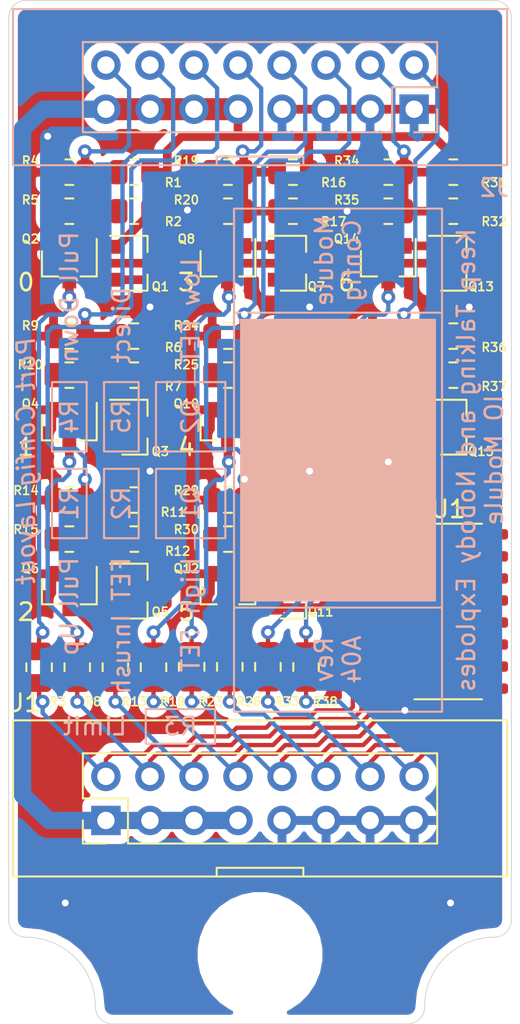
<source format=kicad_pcb>
(kicad_pcb (version 20171130) (host pcbnew "(5.1.9)-1")
  (layers (0 F.Cu signal) (31 B.Cu signal) (34 B.Paste user) (35 F.Paste user) (36 B.SilkS user) (37 F.SilkS user) (38 B.Mask user) (39 F.Mask user) (44 Edge.Cuts user))
  (net 0 "")
  (net 1 +5V)
  (net 2 GND)
  (net 3 O0)
  (net 4 O1)
  (net 5 O3)
  (net 6 O4)
  (net 7 O5)
  (net 8 O6)
  (net 9 O7)
  (net 10 O2)
  (net 11 I0)
  (net 12 "Net-(Q1-Pad1)")
  (net 13 I7)
  (net 14 I6)
  (net 15 I5)
  (net 16 I4)
  (net 17 I3)
  (net 18 I2)
  (net 19 I1)
  (net 20 "Net-(Q3-Pad1)")
  (net 21 "Net-(Q5-Pad1)")
  (net 22 "Net-(Q7-Pad1)")
  (net 23 "Net-(Q10-Pad1)")
  (net 24 "Net-(Q11-Pad1)")
  (net 25 "Net-(Q13-Pad1)")
  (net 26 "Net-(Q15-Pad1)")
  (net 27 "Net-(Q10-Pad3)")
  (net 28 "Net-(Q1-Pad3)")
  (net 29 "Net-(Q3-Pad3)")
  (net 30 "Net-(Q5-Pad3)")
  (net 31 "Net-(Q7-Pad3)")
  (net 32 "Net-(Q11-Pad3)")
  (net 33 "Net-(Q13-Pad3)")
  (net 34 "Net-(Q15-Pad3)")
  (module MountingHole:MountingHole_3.2mm_M3 (layer F.Cu) (at 35 75.5)
    (fp_text reference REF** hide)
    (fp_text value MountingHole_3.2mm_M3)
    (pad 1 np_thru_hole circle (at 0 0) (size 3.2 3.2) (drill 3.2) (layers *.Cu *.Mask))
  )
  (module Custom:PinHeader_2x08_P2.54mm_Vertical-Centered (layer F.Cu) (at 35 66.5 90)
    (fp_text reference J1 (at 5.5 -13.5 180) (layer F.SilkS))
    (fp_text value In)
    (pad 1 thru_hole rect (at -1.27 -8.89 90) (size 1.7 1.7) (drill 1) (layers *.Cu *.Mask) (net 1 +5V))
    (pad 2 thru_hole oval (at 1.27 -8.89 90) (size 1.7 1.7) (drill 1) (layers *.Cu *.Mask) (net 3 O0))
    (pad 3 thru_hole oval (at -1.27 -6.35 90) (size 1.7 1.7) (drill 1) (layers *.Cu *.Mask) (net 1 +5V))
    (pad 4 thru_hole oval (at 1.27 -6.35 90) (size 1.7 1.7) (drill 1) (layers *.Cu *.Mask) (net 4 O1))
    (pad 5 thru_hole oval (at -1.27 -3.81 90) (size 1.7 1.7) (drill 1) (layers *.Cu *.Mask) (net 1 +5V))
    (pad 6 thru_hole oval (at 1.27 -3.81 90) (size 1.7 1.7) (drill 1) (layers *.Cu *.Mask) (net 10 O2))
    (pad 7 thru_hole oval (at -1.27 -1.27 90) (size 1.7 1.7) (drill 1) (layers *.Cu *.Mask) (net 1 +5V))
    (pad 8 thru_hole oval (at 1.27 -1.27 90) (size 1.7 1.7) (drill 1) (layers *.Cu *.Mask) (net 5 O3))
    (pad 9 thru_hole oval (at -1.27 1.27 90) (size 1.7 1.7) (drill 1) (layers *.Cu *.Mask) (net 2 GND))
    (pad 10 thru_hole oval (at 1.27 1.27 90) (size 1.7 1.7) (drill 1) (layers *.Cu *.Mask) (net 6 O4))
    (pad 11 thru_hole oval (at -1.27 3.81 90) (size 1.7 1.7) (drill 1) (layers *.Cu *.Mask) (net 2 GND))
    (pad 12 thru_hole oval (at 1.27 3.81 90) (size 1.7 1.7) (drill 1) (layers *.Cu *.Mask) (net 7 O5))
    (pad 13 thru_hole oval (at -1.27 6.35 90) (size 1.7 1.7) (drill 1) (layers *.Cu *.Mask) (net 2 GND))
    (pad 14 thru_hole oval (at 1.27 6.35 90) (size 1.7 1.7) (drill 1) (layers *.Cu *.Mask) (net 8 O6))
    (pad 15 thru_hole oval (at -1.27 8.89 90) (size 1.7 1.7) (drill 1) (layers *.Cu *.Mask) (net 2 GND))
    (pad 16 thru_hole oval (at 1.27 8.89 90) (size 1.7 1.7) (drill 1) (layers *.Cu *.Mask) (net 9 O7))
  )
  (module Resistor_SMD:R_0805_2012Metric (layer F.Cu) (at 37.656 58.924 90)
    (fp_text reference R38 (at -2 1.1 180) (layer F.SilkS) (effects (font (size 0.5 0.5) (thickness 0.1))))
    (fp_text value 0)
    (pad 1 smd roundrect (at -0.9125 0 90) (size 1.025 1.4) (layers F.Cu F.Paste F.Mask) (roundrect_rratio 0.2439004878048781) (net 9 O7))
    (pad 2 smd roundrect (at 0.9125 0 90) (size 1.025 1.4) (layers F.Cu F.Paste F.Mask) (roundrect_rratio 0.2439004878048781) (net 34 "Net-(Q15-Pad3)"))
  )
  (module Resistor_SMD:R_0805_2012Metric (layer F.Cu) (at 35.456 58.9115 90)
    (fp_text reference R33 (at -2.0125 1.1 180) (layer F.SilkS) (effects (font (size 0.5 0.5) (thickness 0.1))))
    (fp_text value 0)
    (pad 1 smd roundrect (at -0.9125 0 90) (size 1.025 1.4) (layers F.Cu F.Paste F.Mask) (roundrect_rratio 0.2439004878048781) (net 8 O6))
    (pad 2 smd roundrect (at 0.9125 0 90) (size 1.025 1.4) (layers F.Cu F.Paste F.Mask) (roundrect_rratio 0.2439004878048781) (net 33 "Net-(Q13-Pad3)"))
  )
  (module Resistor_SMD:R_0805_2012Metric (layer F.Cu) (at 33.256 58.9115 90)
    (fp_text reference R28 (at -2.0125 1.1 180) (layer F.SilkS) (effects (font (size 0.5 0.5) (thickness 0.1))))
    (fp_text value 0)
    (pad 1 smd roundrect (at -0.9125 0 90) (size 1.025 1.4) (layers F.Cu F.Paste F.Mask) (roundrect_rratio 0.2439004878048781) (net 7 O5))
    (pad 2 smd roundrect (at 0.9125 0 90) (size 1.025 1.4) (layers F.Cu F.Paste F.Mask) (roundrect_rratio 0.2439004878048781) (net 32 "Net-(Q11-Pad3)"))
  )
  (module Resistor_SMD:R_0805_2012Metric (layer F.Cu) (at 31.056 58.9115 90)
    (fp_text reference R23 (at -2.0125 1.1 180) (layer F.SilkS) (effects (font (size 0.5 0.5) (thickness 0.1))))
    (fp_text value 0)
    (pad 1 smd roundrect (at -0.9125 0 90) (size 1.025 1.4) (layers F.Cu F.Paste F.Mask) (roundrect_rratio 0.2439004878048781) (net 6 O4))
    (pad 2 smd roundrect (at 0.9125 0 90) (size 1.025 1.4) (layers F.Cu F.Paste F.Mask) (roundrect_rratio 0.2439004878048781) (net 27 "Net-(Q10-Pad3)"))
  )
  (module Resistor_SMD:R_0805_2012Metric (layer F.Cu) (at 28.856 58.9365 90)
    (fp_text reference R18 (at -1.9875 1.1 180) (layer F.SilkS) (effects (font (size 0.5 0.5) (thickness 0.1))))
    (fp_text value 0)
    (pad 1 smd roundrect (at -0.9125 0 90) (size 1.025 1.4) (layers F.Cu F.Paste F.Mask) (roundrect_rratio 0.2439004878048781) (net 5 O3))
    (pad 2 smd roundrect (at 0.9125 0 90) (size 1.025 1.4) (layers F.Cu F.Paste F.Mask) (roundrect_rratio 0.2439004878048781) (net 31 "Net-(Q7-Pad3)"))
  )
  (module Resistor_SMD:R_0805_2012Metric (layer F.Cu) (at 26.656 58.9365 90)
    (fp_text reference R13 (at -1.9875 1.1 180) (layer F.SilkS) (effects (font (size 0.5 0.5) (thickness 0.1))))
    (fp_text value 0)
    (pad 1 smd roundrect (at -0.9125 0 90) (size 1.025 1.4) (layers F.Cu F.Paste F.Mask) (roundrect_rratio 0.2439004878048781) (net 10 O2))
    (pad 2 smd roundrect (at 0.9125 0 90) (size 1.025 1.4) (layers F.Cu F.Paste F.Mask) (roundrect_rratio 0.2439004878048781) (net 30 "Net-(Q5-Pad3)"))
  )
  (module Resistor_SMD:R_0805_2012Metric (layer F.Cu) (at 24.456 58.9365 90)
    (fp_text reference R8 (at -1.9875 0.9 180) (layer F.SilkS) (effects (font (size 0.5 0.5) (thickness 0.1))))
    (fp_text value 0)
    (pad 1 smd roundrect (at -0.9125 0 90) (size 1.025 1.4) (layers F.Cu F.Paste F.Mask) (roundrect_rratio 0.2439004878048781) (net 4 O1))
    (pad 2 smd roundrect (at 0.9125 0 90) (size 1.025 1.4) (layers F.Cu F.Paste F.Mask) (roundrect_rratio 0.2439004878048781) (net 29 "Net-(Q3-Pad3)"))
  )
  (module Resistor_SMD:R_0805_2012Metric (layer F.Cu) (at 22.256 58.9365 90)
    (fp_text reference R3 (at -1.9875 1.075 180) (layer F.SilkS) (effects (font (size 0.5 0.5) (thickness 0.1))))
    (fp_text value 0)
    (pad 1 smd roundrect (at -0.9125 0 90) (size 1.025 1.4) (layers F.Cu F.Paste F.Mask) (roundrect_rratio 0.2439004878048781) (net 3 O0))
    (pad 2 smd roundrect (at 0.9125 0 90) (size 1.025 1.4) (layers F.Cu F.Paste F.Mask) (roundrect_rratio 0.2439004878048781) (net 28 "Net-(Q1-Pad3)"))
  )
  (module Package_SO:SOIC-16_3.9x9.9mm_P1.27mm (layer F.Cu) (at 45.856 55.724)
    (fp_text reference U1 (at 0 -5.9 180) (layer F.SilkS))
    (fp_text value SP720ABTG)
    (pad 16 smd roundrect (at 2.475 -4.445) (size 1.95 0.6) (layers F.Cu F.Paste F.Mask) (net 1 +5V))
    (pad 15 smd roundrect (at 2.475 -3.175) (size 1.95 0.6) (layers F.Cu F.Paste F.Mask) (net 2 GND))
    (pad 14 smd roundrect (at 2.475 -1.905) (size 1.95 0.6) (layers F.Cu F.Paste F.Mask) (net 2 GND))
    (pad 13 smd roundrect (at 2.475 -0.635) (size 1.95 0.6) (layers F.Cu F.Paste F.Mask) (net 2 GND))
    (pad 12 smd roundrect (at 2.475 0.635) (size 1.95 0.6) (layers F.Cu F.Paste F.Mask) (net 6 O4))
    (pad 11 smd roundrect (at 2.475 1.905) (size 1.95 0.6) (layers F.Cu F.Paste F.Mask) (net 7 O5))
    (pad 10 smd roundrect (at 2.475 3.175) (size 1.95 0.6) (layers F.Cu F.Paste F.Mask) (net 8 O6))
    (pad 9 smd roundrect (at 2.475 4.445) (size 1.95 0.6) (layers F.Cu F.Paste F.Mask) (net 9 O7))
    (pad 8 smd roundrect (at -2.475 4.445) (size 1.95 0.6) (layers F.Cu F.Paste F.Mask) (net 2 GND))
    (pad 7 smd roundrect (at -2.475 3.175) (size 1.95 0.6) (layers F.Cu F.Paste F.Mask) (net 5 O3))
    (pad 6 smd roundrect (at -2.475 1.905) (size 1.95 0.6) (layers F.Cu F.Paste F.Mask) (net 10 O2))
    (pad 5 smd roundrect (at -2.475 0.635) (size 1.95 0.6) (layers F.Cu F.Paste F.Mask) (net 4 O1))
    (pad 4 smd roundrect (at -2.475 -0.635) (size 1.95 0.6) (layers F.Cu F.Paste F.Mask) (net 3 O0))
    (pad 3 smd roundrect (at -2.475 -1.905) (size 1.95 0.6) (layers F.Cu F.Paste F.Mask) (net 2 GND))
    (pad 2 smd roundrect (at -2.475 -3.175) (size 1.95 0.6) (layers F.Cu F.Paste F.Mask) (net 2 GND))
    (pad 1 smd roundrect (at -2.475 -4.445) (size 1.95 0.6) (layers F.Cu F.Paste F.Mask) (net 2 GND))
  )
  (module Resistor_SMD:R_0805_2012Metric (layer F.Cu) (at 42.4 42.1)
    (fp_text reference R40 (at -2.4 -0.6) (layer F.SilkS) (effects (font (size 0.5 0.5) (thickness 0.1))))
    (fp_text value 0)
    (pad 2 smd roundrect (at 0.9125 0) (size 1.025 1.4) (layers F.Cu F.Paste F.Mask) (roundrect_rratio 0.2439004878048781) (net 13 I7))
    (pad 1 smd roundrect (at -0.9125 0) (size 1.025 1.4) (layers F.Cu F.Paste F.Mask) (roundrect_rratio 0.2439004878048781) (net 34 "Net-(Q15-Pad3)"))
  )
  (module Resistor_SMD:R_0805_2012Metric (layer F.Cu) (at 42.4 39.85)
    (fp_text reference R39 (at -2.4 -0.6) (layer F.SilkS) (effects (font (size 0.5 0.5) (thickness 0.1))))
    (fp_text value 10k)
    (pad 2 smd roundrect (at 0.9125 0) (size 1.025 1.4) (layers F.Cu F.Paste F.Mask) (roundrect_rratio 0.2439004878048781) (net 13 I7))
    (pad 1 smd roundrect (at -0.9125 0) (size 1.025 1.4) (layers F.Cu F.Paste F.Mask) (roundrect_rratio 0.2439004878048781) (net 2 GND))
  )
  (module Resistor_SMD:R_0805_2012Metric (layer F.Cu) (at 46.15 42.1)
    (fp_text reference R37 (at 2.35 0.65) (layer F.SilkS) (effects (font (size 0.5 0.5) (thickness 0.1))))
    (fp_text value 100)
    (pad 2 smd roundrect (at 0.9125 0) (size 1.025 1.4) (layers F.Cu F.Paste F.Mask) (roundrect_rratio 0.2439004878048781) (net 26 "Net-(Q15-Pad1)"))
    (pad 1 smd roundrect (at -0.9125 0) (size 1.025 1.4) (layers F.Cu F.Paste F.Mask) (roundrect_rratio 0.2439004878048781) (net 13 I7))
  )
  (module Resistor_SMD:R_0805_2012Metric (layer F.Cu) (at 46.15 39.85)
    (fp_text reference R36 (at 2.35 0.65) (layer F.SilkS) (effects (font (size 0.5 0.5) (thickness 0.1))))
    (fp_text value 10k)
    (pad 2 smd roundrect (at 0.9125 0) (size 1.025 1.4) (layers F.Cu F.Paste F.Mask) (roundrect_rratio 0.2439004878048781) (net 1 +5V))
    (pad 1 smd roundrect (at -0.9125 0) (size 1.025 1.4) (layers F.Cu F.Paste F.Mask) (roundrect_rratio 0.2439004878048781) (net 13 I7))
  )
  (module Resistor_SMD:R_0805_2012Metric (layer F.Cu) (at 42.4 32.65)
    (fp_text reference R35 (at -2.4 -0.65) (layer F.SilkS) (effects (font (size 0.5 0.5) (thickness 0.1))))
    (fp_text value 0)
    (pad 2 smd roundrect (at 0.9125 0) (size 1.025 1.4) (layers F.Cu F.Paste F.Mask) (roundrect_rratio 0.2439004878048781) (net 14 I6))
    (pad 1 smd roundrect (at -0.9125 0) (size 1.025 1.4) (layers F.Cu F.Paste F.Mask) (roundrect_rratio 0.2439004878048781) (net 33 "Net-(Q13-Pad3)"))
  )
  (module Resistor_SMD:R_0805_2012Metric (layer F.Cu) (at 42.4 30.4)
    (fp_text reference R34 (at -2.4 -0.65) (layer F.SilkS) (effects (font (size 0.5 0.5) (thickness 0.1))))
    (fp_text value 10k)
    (pad 2 smd roundrect (at 0.9125 0) (size 1.025 1.4) (layers F.Cu F.Paste F.Mask) (roundrect_rratio 0.2439004878048781) (net 14 I6))
    (pad 1 smd roundrect (at -0.9125 0) (size 1.025 1.4) (layers F.Cu F.Paste F.Mask) (roundrect_rratio 0.2439004878048781) (net 2 GND))
  )
  (module Resistor_SMD:R_0805_2012Metric (layer F.Cu) (at 46.15 32.65)
    (fp_text reference R32 (at 2.35 0.6) (layer F.SilkS) (effects (font (size 0.5 0.5) (thickness 0.1))))
    (fp_text value 100)
    (pad 2 smd roundrect (at 0.9125 0) (size 1.025 1.4) (layers F.Cu F.Paste F.Mask) (roundrect_rratio 0.2439004878048781) (net 25 "Net-(Q13-Pad1)"))
    (pad 1 smd roundrect (at -0.9125 0) (size 1.025 1.4) (layers F.Cu F.Paste F.Mask) (roundrect_rratio 0.2439004878048781) (net 14 I6))
  )
  (module Resistor_SMD:R_0805_2012Metric (layer F.Cu) (at 46.15 30.4)
    (fp_text reference R31 (at 2.35 0.6) (layer F.SilkS) (effects (font (size 0.5 0.5) (thickness 0.1))))
    (fp_text value 10k)
    (pad 2 smd roundrect (at 0.9125 0) (size 1.025 1.4) (layers F.Cu F.Paste F.Mask) (roundrect_rratio 0.2439004878048781) (net 1 +5V))
    (pad 1 smd roundrect (at -0.9125 0) (size 1.025 1.4) (layers F.Cu F.Paste F.Mask) (roundrect_rratio 0.2439004878048781) (net 14 I6))
  )
  (module Resistor_SMD:R_0805_2012Metric (layer F.Cu) (at 33.15 51.55)
    (fp_text reference R30 (at -2.4 -0.55) (layer F.SilkS) (effects (font (size 0.5 0.5) (thickness 0.1))))
    (fp_text value 0)
    (pad 2 smd roundrect (at 0.9125 0) (size 1.025 1.4) (layers F.Cu F.Paste F.Mask) (roundrect_rratio 0.2439004878048781) (net 15 I5))
    (pad 1 smd roundrect (at -0.9125 0) (size 1.025 1.4) (layers F.Cu F.Paste F.Mask) (roundrect_rratio 0.2439004878048781) (net 32 "Net-(Q11-Pad3)"))
  )
  (module Resistor_SMD:R_0805_2012Metric (layer F.Cu) (at 33.15 49.3)
    (fp_text reference R29 (at -2.4 -0.55) (layer F.SilkS) (effects (font (size 0.5 0.5) (thickness 0.1))))
    (fp_text value 10k)
    (pad 2 smd roundrect (at 0.9125 0) (size 1.025 1.4) (layers F.Cu F.Paste F.Mask) (roundrect_rratio 0.2439004878048781) (net 15 I5))
    (pad 1 smd roundrect (at -0.9125 0) (size 1.025 1.4) (layers F.Cu F.Paste F.Mask) (roundrect_rratio 0.2439004878048781) (net 2 GND))
  )
  (module Resistor_SMD:R_0805_2012Metric (layer F.Cu) (at 36.9 51.55)
    (fp_text reference R27 (at 2.6 0.7) (layer F.SilkS) (effects (font (size 0.5 0.5) (thickness 0.1))))
    (fp_text value 100)
    (pad 2 smd roundrect (at 0.9125 0) (size 1.025 1.4) (layers F.Cu F.Paste F.Mask) (roundrect_rratio 0.2439004878048781) (net 24 "Net-(Q11-Pad1)"))
    (pad 1 smd roundrect (at -0.9125 0) (size 1.025 1.4) (layers F.Cu F.Paste F.Mask) (roundrect_rratio 0.2439004878048781) (net 15 I5))
  )
  (module Resistor_SMD:R_0805_2012Metric (layer F.Cu) (at 36.9 49.3)
    (fp_text reference R26 (at 2.6 0.7) (layer F.SilkS) (effects (font (size 0.5 0.5) (thickness 0.1))))
    (fp_text value 10k)
    (pad 2 smd roundrect (at 0.9125 0) (size 1.025 1.4) (layers F.Cu F.Paste F.Mask) (roundrect_rratio 0.2439004878048781) (net 1 +5V))
    (pad 1 smd roundrect (at -0.9125 0) (size 1.025 1.4) (layers F.Cu F.Paste F.Mask) (roundrect_rratio 0.2439004878048781) (net 15 I5))
  )
  (module Resistor_SMD:R_0805_2012Metric (layer F.Cu) (at 33.15 42.1)
    (fp_text reference R25 (at -2.4 -0.6) (layer F.SilkS) (effects (font (size 0.5 0.5) (thickness 0.1))))
    (fp_text value 0)
    (pad 2 smd roundrect (at 0.9125 0) (size 1.025 1.4) (layers F.Cu F.Paste F.Mask) (roundrect_rratio 0.2439004878048781) (net 16 I4))
    (pad 1 smd roundrect (at -0.9125 0) (size 1.025 1.4) (layers F.Cu F.Paste F.Mask) (roundrect_rratio 0.2439004878048781) (net 27 "Net-(Q10-Pad3)"))
  )
  (module Resistor_SMD:R_0805_2012Metric (layer F.Cu) (at 33.15 39.85)
    (fp_text reference R24 (at -2.4 -0.6) (layer F.SilkS) (effects (font (size 0.5 0.5) (thickness 0.1))))
    (fp_text value 10k)
    (pad 2 smd roundrect (at 0.9125 0) (size 1.025 1.4) (layers F.Cu F.Paste F.Mask) (roundrect_rratio 0.2439004878048781) (net 16 I4))
    (pad 1 smd roundrect (at -0.9125 0) (size 1.025 1.4) (layers F.Cu F.Paste F.Mask) (roundrect_rratio 0.2439004878048781) (net 2 GND))
  )
  (module Resistor_SMD:R_0805_2012Metric (layer F.Cu) (at 36.9 42.1)
    (fp_text reference R22 (at 2.35 0.65) (layer F.SilkS) (effects (font (size 0.5 0.5) (thickness 0.1))))
    (fp_text value 100)
    (pad 2 smd roundrect (at 0.9125 0) (size 1.025 1.4) (layers F.Cu F.Paste F.Mask) (roundrect_rratio 0.2439004878048781) (net 23 "Net-(Q10-Pad1)"))
    (pad 1 smd roundrect (at -0.9125 0) (size 1.025 1.4) (layers F.Cu F.Paste F.Mask) (roundrect_rratio 0.2439004878048781) (net 16 I4))
  )
  (module Resistor_SMD:R_0805_2012Metric (layer F.Cu) (at 36.9 39.85)
    (fp_text reference R21 (at 2.35 0.65) (layer F.SilkS) (effects (font (size 0.5 0.5) (thickness 0.1))))
    (fp_text value 10k)
    (pad 2 smd roundrect (at 0.9125 0) (size 1.025 1.4) (layers F.Cu F.Paste F.Mask) (roundrect_rratio 0.2439004878048781) (net 1 +5V))
    (pad 1 smd roundrect (at -0.9125 0) (size 1.025 1.4) (layers F.Cu F.Paste F.Mask) (roundrect_rratio 0.2439004878048781) (net 16 I4))
  )
  (module Resistor_SMD:R_0805_2012Metric (layer F.Cu) (at 33.15 32.65)
    (fp_text reference R20 (at -2.4 -0.65) (layer F.SilkS) (effects (font (size 0.5 0.5) (thickness 0.1))))
    (fp_text value 0)
    (pad 2 smd roundrect (at 0.9125 0) (size 1.025 1.4) (layers F.Cu F.Paste F.Mask) (roundrect_rratio 0.2439004878048781) (net 17 I3))
    (pad 1 smd roundrect (at -0.9125 0) (size 1.025 1.4) (layers F.Cu F.Paste F.Mask) (roundrect_rratio 0.2439004878048781) (net 31 "Net-(Q7-Pad3)"))
  )
  (module Resistor_SMD:R_0805_2012Metric (layer F.Cu) (at 33.15 30.4)
    (fp_text reference R19 (at -2.4 -0.65) (layer F.SilkS) (effects (font (size 0.5 0.5) (thickness 0.1))))
    (fp_text value 10k)
    (pad 2 smd roundrect (at 0.9125 0) (size 1.025 1.4) (layers F.Cu F.Paste F.Mask) (roundrect_rratio 0.2439004878048781) (net 17 I3))
    (pad 1 smd roundrect (at -0.9125 0) (size 1.025 1.4) (layers F.Cu F.Paste F.Mask) (roundrect_rratio 0.2439004878048781) (net 2 GND))
  )
  (module Resistor_SMD:R_0805_2012Metric (layer F.Cu) (at 36.9 32.65)
    (fp_text reference R17 (at 2.35 0.6) (layer F.SilkS) (effects (font (size 0.5 0.5) (thickness 0.1))))
    (fp_text value 100)
    (pad 2 smd roundrect (at 0.9125 0) (size 1.025 1.4) (layers F.Cu F.Paste F.Mask) (roundrect_rratio 0.2439004878048781) (net 22 "Net-(Q7-Pad1)"))
    (pad 1 smd roundrect (at -0.9125 0) (size 1.025 1.4) (layers F.Cu F.Paste F.Mask) (roundrect_rratio 0.2439004878048781) (net 17 I3))
  )
  (module Resistor_SMD:R_0805_2012Metric (layer F.Cu) (at 36.9 30.4)
    (fp_text reference R16 (at 2.35 0.6) (layer F.SilkS) (effects (font (size 0.5 0.5) (thickness 0.1))))
    (fp_text value 10k)
    (pad 2 smd roundrect (at 0.9125 0) (size 1.025 1.4) (layers F.Cu F.Paste F.Mask) (roundrect_rratio 0.2439004878048781) (net 1 +5V))
    (pad 1 smd roundrect (at -0.9125 0) (size 1.025 1.4) (layers F.Cu F.Paste F.Mask) (roundrect_rratio 0.2439004878048781) (net 17 I3))
  )
  (module Resistor_SMD:R_0805_2012Metric (layer F.Cu) (at 24 51.55)
    (fp_text reference R15 (at -2.5 -0.55) (layer F.SilkS) (effects (font (size 0.5 0.5) (thickness 0.1))))
    (fp_text value 0)
    (pad 2 smd roundrect (at 0.9125 0) (size 1.025 1.4) (layers F.Cu F.Paste F.Mask) (roundrect_rratio 0.2439004878048781) (net 18 I2))
    (pad 1 smd roundrect (at -0.9125 0) (size 1.025 1.4) (layers F.Cu F.Paste F.Mask) (roundrect_rratio 0.2439004878048781) (net 30 "Net-(Q5-Pad3)"))
  )
  (module Resistor_SMD:R_0805_2012Metric (layer F.Cu) (at 24 49.3)
    (fp_text reference R14 (at -2.5 -0.55) (layer F.SilkS) (effects (font (size 0.5 0.5) (thickness 0.1))))
    (fp_text value 10k)
    (pad 2 smd roundrect (at 0.9125 0) (size 1.025 1.4) (layers F.Cu F.Paste F.Mask) (roundrect_rratio 0.2439004878048781) (net 18 I2))
    (pad 1 smd roundrect (at -0.9125 0) (size 1.025 1.4) (layers F.Cu F.Paste F.Mask) (roundrect_rratio 0.2439004878048781) (net 2 GND))
  )
  (module Resistor_SMD:R_0805_2012Metric (layer F.Cu) (at 27.75 51.55)
    (fp_text reference R12 (at 2.5 0.7) (layer F.SilkS) (effects (font (size 0.5 0.5) (thickness 0.1))))
    (fp_text value 100)
    (pad 2 smd roundrect (at 0.9125 0) (size 1.025 1.4) (layers F.Cu F.Paste F.Mask) (roundrect_rratio 0.2439004878048781) (net 21 "Net-(Q5-Pad1)"))
    (pad 1 smd roundrect (at -0.9125 0) (size 1.025 1.4) (layers F.Cu F.Paste F.Mask) (roundrect_rratio 0.2439004878048781) (net 18 I2))
  )
  (module Resistor_SMD:R_0805_2012Metric (layer F.Cu) (at 27.75 49.3)
    (fp_text reference R11 (at 2.25 0.7) (layer F.SilkS) (effects (font (size 0.5 0.5) (thickness 0.1))))
    (fp_text value 10k)
    (pad 2 smd roundrect (at 0.9125 0) (size 1.025 1.4) (layers F.Cu F.Paste F.Mask) (roundrect_rratio 0.2439004878048781) (net 1 +5V))
    (pad 1 smd roundrect (at -0.9125 0) (size 1.025 1.4) (layers F.Cu F.Paste F.Mask) (roundrect_rratio 0.2439004878048781) (net 18 I2))
  )
  (module Resistor_SMD:R_0805_2012Metric (layer F.Cu) (at 24 42.1)
    (fp_text reference R10 (at -2.25 -0.6) (layer F.SilkS) (effects (font (size 0.5 0.5) (thickness 0.1))))
    (fp_text value 0)
    (pad 2 smd roundrect (at 0.9125 0) (size 1.025 1.4) (layers F.Cu F.Paste F.Mask) (roundrect_rratio 0.2439004878048781) (net 19 I1))
    (pad 1 smd roundrect (at -0.9125 0) (size 1.025 1.4) (layers F.Cu F.Paste F.Mask) (roundrect_rratio 0.2439004878048781) (net 29 "Net-(Q3-Pad3)"))
  )
  (module Resistor_SMD:R_0805_2012Metric (layer F.Cu) (at 24 39.85)
    (fp_text reference R9 (at -2.25 -0.6) (layer F.SilkS) (effects (font (size 0.5 0.5) (thickness 0.1))))
    (fp_text value 10k)
    (pad 2 smd roundrect (at 0.9125 0) (size 1.025 1.4) (layers F.Cu F.Paste F.Mask) (roundrect_rratio 0.2439004878048781) (net 19 I1))
    (pad 1 smd roundrect (at -0.9125 0) (size 1.025 1.4) (layers F.Cu F.Paste F.Mask) (roundrect_rratio 0.2439004878048781) (net 2 GND))
  )
  (module Resistor_SMD:R_0805_2012Metric (layer F.Cu) (at 27.75 42.1)
    (fp_text reference R7 (at 2.25 0.65) (layer F.SilkS) (effects (font (size 0.5 0.5) (thickness 0.1))))
    (fp_text value 100)
    (pad 2 smd roundrect (at 0.9125 0) (size 1.025 1.4) (layers F.Cu F.Paste F.Mask) (roundrect_rratio 0.2439004878048781) (net 20 "Net-(Q3-Pad1)"))
    (pad 1 smd roundrect (at -0.9125 0) (size 1.025 1.4) (layers F.Cu F.Paste F.Mask) (roundrect_rratio 0.2439004878048781) (net 19 I1))
  )
  (module Resistor_SMD:R_0805_2012Metric (layer F.Cu) (at 27.75 39.85)
    (fp_text reference R6 (at 2.25 0.65) (layer F.SilkS) (effects (font (size 0.5 0.5) (thickness 0.1))))
    (fp_text value 10k)
    (pad 2 smd roundrect (at 0.9125 0) (size 1.025 1.4) (layers F.Cu F.Paste F.Mask) (roundrect_rratio 0.2439004878048781) (net 1 +5V))
    (pad 1 smd roundrect (at -0.9125 0) (size 1.025 1.4) (layers F.Cu F.Paste F.Mask) (roundrect_rratio 0.2439004878048781) (net 19 I1))
  )
  (module Package_TO_SOT_SMD:SOT-23 (layer F.Cu) (at 42.4 45.1 270)
    (fp_text reference Q16 (at -1.35 2.4 180) (layer F.SilkS) (effects (font (size 0.5 0.5) (thickness 0.1))))
    (fp_text value Q_NMOS_GSD)
    (pad 3 smd rect (at 1 0 270) (size 0.9 0.8) (layers F.Cu F.Paste F.Mask) (net 34 "Net-(Q15-Pad3)"))
    (pad 2 smd rect (at -1 0.95 270) (size 0.9 0.8) (layers F.Cu F.Paste F.Mask) (net 2 GND))
    (pad 1 smd rect (at -1 -0.95 270) (size 0.9 0.8) (layers F.Cu F.Paste F.Mask) (net 26 "Net-(Q15-Pad1)"))
  )
  (module Package_TO_SOT_SMD:SOT-23 (layer F.Cu) (at 46.15 45.1)
    (fp_text reference Q15 (at 1.6 1.4) (layer F.SilkS) (effects (font (size 0.5 0.5) (thickness 0.1))))
    (fp_text value Q_PMOS_GSD)
    (pad 3 smd rect (at 1 0) (size 0.9 0.8) (layers F.Cu F.Paste F.Mask) (net 34 "Net-(Q15-Pad3)"))
    (pad 2 smd rect (at -1 0.95) (size 0.9 0.8) (layers F.Cu F.Paste F.Mask) (net 1 +5V))
    (pad 1 smd rect (at -1 -0.95) (size 0.9 0.8) (layers F.Cu F.Paste F.Mask) (net 26 "Net-(Q15-Pad1)"))
  )
  (module Package_TO_SOT_SMD:SOT-23 (layer F.Cu) (at 42.4 35.65 270)
    (fp_text reference Q14 (at -1.4 2.4 180) (layer F.SilkS) (effects (font (size 0.5 0.5) (thickness 0.1))))
    (fp_text value Q_NMOS_GSD)
    (pad 3 smd rect (at 1 0 270) (size 0.9 0.8) (layers F.Cu F.Paste F.Mask) (net 33 "Net-(Q13-Pad3)"))
    (pad 2 smd rect (at -1 0.95 270) (size 0.9 0.8) (layers F.Cu F.Paste F.Mask) (net 2 GND))
    (pad 1 smd rect (at -1 -0.95 270) (size 0.9 0.8) (layers F.Cu F.Paste F.Mask) (net 25 "Net-(Q13-Pad1)"))
  )
  (module Package_TO_SOT_SMD:SOT-23 (layer F.Cu) (at 46.15 35.65)
    (fp_text reference Q13 (at 1.6 1.35) (layer F.SilkS) (effects (font (size 0.5 0.5) (thickness 0.1))))
    (fp_text value Q_PMOS_GSD)
    (pad 3 smd rect (at 1 0) (size 0.9 0.8) (layers F.Cu F.Paste F.Mask) (net 33 "Net-(Q13-Pad3)"))
    (pad 2 smd rect (at -1 0.95) (size 0.9 0.8) (layers F.Cu F.Paste F.Mask) (net 1 +5V))
    (pad 1 smd rect (at -1 -0.95) (size 0.9 0.8) (layers F.Cu F.Paste F.Mask) (net 25 "Net-(Q13-Pad1)"))
  )
  (module Package_TO_SOT_SMD:SOT-23 (layer F.Cu) (at 33.15 54.55 270)
    (fp_text reference Q12 (at -1.3 2.4 180) (layer F.SilkS) (effects (font (size 0.5 0.5) (thickness 0.1))))
    (fp_text value Q_NMOS_GSD)
    (pad 3 smd rect (at 1 0 270) (size 0.9 0.8) (layers F.Cu F.Paste F.Mask) (net 32 "Net-(Q11-Pad3)"))
    (pad 2 smd rect (at -1 0.95 270) (size 0.9 0.8) (layers F.Cu F.Paste F.Mask) (net 2 GND))
    (pad 1 smd rect (at -1 -0.95 270) (size 0.9 0.8) (layers F.Cu F.Paste F.Mask) (net 24 "Net-(Q11-Pad1)"))
  )
  (module Package_TO_SOT_SMD:SOT-23 (layer F.Cu) (at 36.9 54.55)
    (fp_text reference Q11 (at 1.6 1.2) (layer F.SilkS) (effects (font (size 0.5 0.5) (thickness 0.1))))
    (fp_text value Q_PMOS_GSD)
    (pad 3 smd rect (at 1 0) (size 0.9 0.8) (layers F.Cu F.Paste F.Mask) (net 32 "Net-(Q11-Pad3)"))
    (pad 2 smd rect (at -1 0.95) (size 0.9 0.8) (layers F.Cu F.Paste F.Mask) (net 1 +5V))
    (pad 1 smd rect (at -1 -0.95) (size 0.9 0.8) (layers F.Cu F.Paste F.Mask) (net 24 "Net-(Q11-Pad1)"))
  )
  (module Package_TO_SOT_SMD:SOT-23 (layer F.Cu) (at 33.15 45.1 270)
    (fp_text reference Q10 (at -1.35 2.4 180) (layer F.SilkS) (effects (font (size 0.5 0.5) (thickness 0.1))))
    (fp_text value Q_NMOS_GSD)
    (pad 3 smd rect (at 1 0 270) (size 0.9 0.8) (layers F.Cu F.Paste F.Mask) (net 27 "Net-(Q10-Pad3)"))
    (pad 2 smd rect (at -1 0.95 270) (size 0.9 0.8) (layers F.Cu F.Paste F.Mask) (net 2 GND))
    (pad 1 smd rect (at -1 -0.95 270) (size 0.9 0.8) (layers F.Cu F.Paste F.Mask) (net 23 "Net-(Q10-Pad1)"))
  )
  (module Package_TO_SOT_SMD:SOT-23 (layer F.Cu) (at 36.9 45.1)
    (fp_text reference Q9 (at 1.35 1.4) (layer F.SilkS) (effects (font (size 0.5 0.5) (thickness 0.1))))
    (fp_text value Q_PMOS_GSD)
    (pad 3 smd rect (at 1 0) (size 0.9 0.8) (layers F.Cu F.Paste F.Mask) (net 27 "Net-(Q10-Pad3)"))
    (pad 2 smd rect (at -1 0.95) (size 0.9 0.8) (layers F.Cu F.Paste F.Mask) (net 1 +5V))
    (pad 1 smd rect (at -1 -0.95) (size 0.9 0.8) (layers F.Cu F.Paste F.Mask) (net 23 "Net-(Q10-Pad1)"))
  )
  (module Package_TO_SOT_SMD:SOT-23 (layer F.Cu) (at 33.15 35.65 270)
    (fp_text reference Q8 (at -1.4 2.4 180) (layer F.SilkS) (effects (font (size 0.5 0.5) (thickness 0.1))))
    (fp_text value Q_NMOS_GSD)
    (pad 3 smd rect (at 1 0 270) (size 0.9 0.8) (layers F.Cu F.Paste F.Mask) (net 31 "Net-(Q7-Pad3)"))
    (pad 2 smd rect (at -1 0.95 270) (size 0.9 0.8) (layers F.Cu F.Paste F.Mask) (net 2 GND))
    (pad 1 smd rect (at -1 -0.95 270) (size 0.9 0.8) (layers F.Cu F.Paste F.Mask) (net 22 "Net-(Q7-Pad1)"))
  )
  (module Package_TO_SOT_SMD:SOT-23 (layer F.Cu) (at 36.9 35.65)
    (fp_text reference Q7 (at 1.35 1.35) (layer F.SilkS) (effects (font (size 0.5 0.5) (thickness 0.1))))
    (fp_text value Q_PMOS_GSD)
    (pad 3 smd rect (at 1 0) (size 0.9 0.8) (layers F.Cu F.Paste F.Mask) (net 31 "Net-(Q7-Pad3)"))
    (pad 2 smd rect (at -1 0.95) (size 0.9 0.8) (layers F.Cu F.Paste F.Mask) (net 1 +5V))
    (pad 1 smd rect (at -1 -0.95) (size 0.9 0.8) (layers F.Cu F.Paste F.Mask) (net 22 "Net-(Q7-Pad1)"))
  )
  (module Package_TO_SOT_SMD:SOT-23 (layer F.Cu) (at 24 54.55 270)
    (fp_text reference Q6 (at -1.3 2.25 180) (layer F.SilkS) (effects (font (size 0.5 0.5) (thickness 0.1))))
    (fp_text value Q_NMOS_GSD)
    (pad 3 smd rect (at 1 0 270) (size 0.9 0.8) (layers F.Cu F.Paste F.Mask) (net 30 "Net-(Q5-Pad3)"))
    (pad 2 smd rect (at -1 0.95 270) (size 0.9 0.8) (layers F.Cu F.Paste F.Mask) (net 2 GND))
    (pad 1 smd rect (at -1 -0.95 270) (size 0.9 0.8) (layers F.Cu F.Paste F.Mask) (net 21 "Net-(Q5-Pad1)"))
  )
  (module Package_TO_SOT_SMD:SOT-23 (layer F.Cu) (at 27.75 54.55)
    (fp_text reference Q5 (at 1.5 1.2) (layer F.SilkS) (effects (font (size 0.5 0.5) (thickness 0.1))))
    (fp_text value Q_PMOS_GSD)
    (pad 3 smd rect (at 1 0) (size 0.9 0.8) (layers F.Cu F.Paste F.Mask) (net 30 "Net-(Q5-Pad3)"))
    (pad 2 smd rect (at -1 0.95) (size 0.9 0.8) (layers F.Cu F.Paste F.Mask) (net 1 +5V))
    (pad 1 smd rect (at -1 -0.95) (size 0.9 0.8) (layers F.Cu F.Paste F.Mask) (net 21 "Net-(Q5-Pad1)"))
  )
  (module Package_TO_SOT_SMD:SOT-23 (layer F.Cu) (at 24 45.1 270)
    (fp_text reference Q4 (at -1.35 2.25 180) (layer F.SilkS) (effects (font (size 0.5 0.5) (thickness 0.1))))
    (fp_text value Q_NMOS_GSD)
    (pad 3 smd rect (at 1 0 270) (size 0.9 0.8) (layers F.Cu F.Paste F.Mask) (net 29 "Net-(Q3-Pad3)"))
    (pad 2 smd rect (at -1 0.95 270) (size 0.9 0.8) (layers F.Cu F.Paste F.Mask) (net 2 GND))
    (pad 1 smd rect (at -1 -0.95 270) (size 0.9 0.8) (layers F.Cu F.Paste F.Mask) (net 20 "Net-(Q3-Pad1)"))
  )
  (module Package_TO_SOT_SMD:SOT-23 (layer F.Cu) (at 27.75 45.1)
    (fp_text reference Q3 (at 1.5 1.4) (layer F.SilkS) (effects (font (size 0.5 0.5) (thickness 0.1))))
    (fp_text value Q_PMOS_GSD)
    (pad 3 smd rect (at 1 0) (size 0.9 0.8) (layers F.Cu F.Paste F.Mask) (net 29 "Net-(Q3-Pad3)"))
    (pad 2 smd rect (at -1 0.95) (size 0.9 0.8) (layers F.Cu F.Paste F.Mask) (net 1 +5V))
    (pad 1 smd rect (at -1 -0.95) (size 0.9 0.8) (layers F.Cu F.Paste F.Mask) (net 20 "Net-(Q3-Pad1)"))
  )
  (module Resistor_SMD:R_0805_2012Metric (layer F.Cu) (at 24 32.65)
    (fp_text reference R5 (at -2.25 -0.65) (layer F.SilkS) (effects (font (size 0.5 0.5) (thickness 0.1))))
    (fp_text value 0)
    (pad 2 smd roundrect (at 0.9125 0) (size 1.025 1.4) (layers F.Cu F.Paste F.Mask) (roundrect_rratio 0.2439004878048781) (net 11 I0))
    (pad 1 smd roundrect (at -0.9125 0) (size 1.025 1.4) (layers F.Cu F.Paste F.Mask) (roundrect_rratio 0.2439004878048781) (net 28 "Net-(Q1-Pad3)"))
  )
  (module Resistor_SMD:R_0805_2012Metric (layer F.Cu) (at 24 30.4)
    (fp_text reference R4 (at -2.25 -0.65) (layer F.SilkS) (effects (font (size 0.5 0.5) (thickness 0.1))))
    (fp_text value 10k)
    (pad 2 smd roundrect (at 0.9125 0) (size 1.025 1.4) (layers F.Cu F.Paste F.Mask) (roundrect_rratio 0.2439004878048781) (net 11 I0))
    (pad 1 smd roundrect (at -0.9125 0) (size 1.025 1.4) (layers F.Cu F.Paste F.Mask) (roundrect_rratio 0.2439004878048781) (net 2 GND))
  )
  (module Resistor_SMD:R_0805_2012Metric (layer F.Cu) (at 27.75 32.65)
    (fp_text reference R2 (at 2.25 0.6) (layer F.SilkS) (effects (font (size 0.5 0.5) (thickness 0.1))))
    (fp_text value 100)
    (pad 2 smd roundrect (at 0.9125 0) (size 1.025 1.4) (layers F.Cu F.Paste F.Mask) (roundrect_rratio 0.2439004878048781) (net 12 "Net-(Q1-Pad1)"))
    (pad 1 smd roundrect (at -0.9125 0) (size 1.025 1.4) (layers F.Cu F.Paste F.Mask) (roundrect_rratio 0.2439004878048781) (net 11 I0))
  )
  (module Resistor_SMD:R_0805_2012Metric (layer F.Cu) (at 27.75 30.4)
    (fp_text reference R1 (at 2.25 0.6) (layer F.SilkS) (effects (font (size 0.5 0.5) (thickness 0.1))))
    (fp_text value 10k)
    (pad 2 smd roundrect (at 0.9125 0) (size 1.025 1.4) (layers F.Cu F.Paste F.Mask) (roundrect_rratio 0.2439004878048781) (net 1 +5V))
    (pad 1 smd roundrect (at -0.9125 0) (size 1.025 1.4) (layers F.Cu F.Paste F.Mask) (roundrect_rratio 0.2439004878048781) (net 11 I0))
  )
  (module Package_TO_SOT_SMD:SOT-23 (layer F.Cu) (at 24 35.65 270)
    (fp_text reference Q2 (at -1.4 2.25 180) (layer F.SilkS) (effects (font (size 0.5 0.5) (thickness 0.1))))
    (fp_text value Q_NMOS_GSD)
    (pad 3 smd rect (at 1 0 270) (size 0.9 0.8) (layers F.Cu F.Paste F.Mask) (net 28 "Net-(Q1-Pad3)"))
    (pad 2 smd rect (at -1 0.95 270) (size 0.9 0.8) (layers F.Cu F.Paste F.Mask) (net 2 GND))
    (pad 1 smd rect (at -1 -0.95 270) (size 0.9 0.8) (layers F.Cu F.Paste F.Mask) (net 12 "Net-(Q1-Pad1)"))
  )
  (module Package_TO_SOT_SMD:SOT-23 (layer F.Cu) (at 27.75 35.65)
    (fp_text reference Q1 (at 1.5 1.35) (layer F.SilkS) (effects (font (size 0.5 0.5) (thickness 0.1))))
    (fp_text value Q_PMOS_GSD)
    (pad 3 smd rect (at 1 0) (size 0.9 0.8) (layers F.Cu F.Paste F.Mask) (net 28 "Net-(Q1-Pad3)"))
    (pad 2 smd rect (at -1 0.95) (size 0.9 0.8) (layers F.Cu F.Paste F.Mask) (net 1 +5V))
    (pad 1 smd rect (at -1 -0.95) (size 0.9 0.8) (layers F.Cu F.Paste F.Mask) (net 12 "Net-(Q1-Pad1)"))
  )
  (module Custom:PinHeader_2x08_P2.54mm_Vertical-Centered (layer B.Cu) (at 35 25.5 90)
    (fp_text reference J2 (at -5.8 13.5) (layer B.SilkS) (effects (justify mirror)))
    (fp_text value In)
    (pad 1 thru_hole rect (at -1.27 8.89 90) (size 1.7 1.7) (drill 1) (layers *.Cu *.Mask) (net 2 GND))
    (pad 2 thru_hole oval (at 1.27 8.89 90) (size 1.7 1.7) (drill 1) (layers *.Cu *.Mask) (net 13 I7))
    (pad 3 thru_hole oval (at -1.27 6.35 90) (size 1.7 1.7) (drill 1) (layers *.Cu *.Mask) (net 2 GND))
    (pad 4 thru_hole oval (at 1.27 6.35 90) (size 1.7 1.7) (drill 1) (layers *.Cu *.Mask) (net 14 I6))
    (pad 5 thru_hole oval (at -1.27 3.81 90) (size 1.7 1.7) (drill 1) (layers *.Cu *.Mask) (net 2 GND))
    (pad 6 thru_hole oval (at 1.27 3.81 90) (size 1.7 1.7) (drill 1) (layers *.Cu *.Mask) (net 15 I5))
    (pad 7 thru_hole oval (at -1.27 1.27 90) (size 1.7 1.7) (drill 1) (layers *.Cu *.Mask) (net 2 GND))
    (pad 8 thru_hole oval (at 1.27 1.27 90) (size 1.7 1.7) (drill 1) (layers *.Cu *.Mask) (net 16 I4))
    (pad 9 thru_hole oval (at -1.27 -1.27 90) (size 1.7 1.7) (drill 1) (layers *.Cu *.Mask) (net 1 +5V))
    (pad 10 thru_hole oval (at 1.27 -1.27 90) (size 1.7 1.7) (drill 1) (layers *.Cu *.Mask) (net 17 I3))
    (pad 11 thru_hole oval (at -1.27 -3.81 90) (size 1.7 1.7) (drill 1) (layers *.Cu *.Mask) (net 1 +5V))
    (pad 12 thru_hole oval (at 1.27 -3.81 90) (size 1.7 1.7) (drill 1) (layers *.Cu *.Mask) (net 18 I2))
    (pad 13 thru_hole oval (at -1.27 -6.35 90) (size 1.7 1.7) (drill 1) (layers *.Cu *.Mask) (net 1 +5V))
    (pad 14 thru_hole oval (at 1.27 -6.35 90) (size 1.7 1.7) (drill 1) (layers *.Cu *.Mask) (net 19 I1))
    (pad 15 thru_hole oval (at -1.27 -8.89 90) (size 1.7 1.7) (drill 1) (layers *.Cu *.Mask) (net 1 +5V))
    (pad 16 thru_hole oval (at 1.27 -8.89 90) (size 1.7 1.7) (drill 1) (layers *.Cu *.Mask) (net 11 I0))
  )
  (gr_arc (start 48.5 78.5) (end 48.5 74.5) (angle -90) (layer Edge.Cuts) (width 0.05))
  (gr_arc (start 48.5 73.5) (end 48.5 74.5) (angle -90) (layer Edge.Cuts) (width 0.05))
  (gr_arc (start 43.5 78.5) (end 43.5 79.5) (angle -90) (layer Edge.Cuts) (width 0.05))
  (gr_arc (start 21.5 78.5) (end 25.5 78.5) (angle -90) (layer Edge.Cuts) (width 0.05))
  (gr_arc (start 26.5 78.5) (end 25.5 78.5) (angle -90) (layer Edge.Cuts) (width 0.05))
  (gr_arc (start 21.5 73.5) (end 20.5 73.5) (angle -90) (layer Edge.Cuts) (width 0.05))
  (gr_text "Keep Talking and Nobody Explodes\nIO Module" (at 47.7 47 90) (layer B.SilkS) (effects (font (size 1 1)) (justify mirror)))
  (gr_text R3 (at 30.407 62.346) (layer B.SilkS) (effects (font (size 1 1)) (justify mirror)))
  (gr_text Limit (at 27.407 62.346) (layer B.SilkS) (effects (font (size 1 1)) (justify left mirror)))
  (gr_line (start 32.407 63.346) (end 28.407 63.346) (layer B.SilkS) (width 0.12))
  (gr_line (start 32.407 61.346) (end 32.407 63.346) (layer B.SilkS) (width 0.12))
  (gr_line (start 28.407 61.346) (end 32.407 61.346) (layer B.SilkS) (width 0.12))
  (gr_line (start 28.407 63.346) (end 28.407 61.346) (layer B.SilkS) (width 0.12))
  (gr_text "Port Config Layout" (at 21.5 47 90) (layer B.SilkS) (effects (font (size 1 1) (thickness 0.15) italic) (justify mirror)))
  (gr_text "Low FET" (at 31 41.5 90) (layer B.SilkS) (effects (font (size 1 1)) (justify right mirror)))
  (gr_text "High FET" (at 31 52.5 90) (layer B.SilkS) (effects (font (size 1 1)) (justify left mirror)))
  (gr_text Direct (at 27 41.5 90) (layer B.SilkS) (effects (font (size 1 1)) (justify right mirror)))
  (gr_text "FET Inrush" (at 27 52.5 90) (layer B.SilkS) (effects (font (size 1 1)) (justify left mirror)))
  (gr_text "Pull Down" (at 24 41.5 90) (layer B.SilkS) (effects (font (size 1 1)) (justify right mirror)))
  (gr_text "Pull Up" (at 24 52.5 90) (layer B.SilkS) (effects (font (size 1 1)) (justify left mirror)))
  (gr_text Q1 (at 31 49.5 90) (layer B.SilkS) (effects (font (size 1 1)) (justify mirror)))
  (gr_text Q2 (at 31 44.5 90) (layer B.SilkS) (effects (font (size 1 1)) (justify mirror)))
  (gr_text R5 (at 27 44.5 90) (layer B.SilkS) (effects (font (size 1 1)) (justify mirror)))
  (gr_text R2 (at 27 49.5 90) (layer B.SilkS) (effects (font (size 1 1)) (justify mirror)))
  (gr_text R1 (at 24 49.5 90) (layer B.SilkS) (effects (font (size 1 1)) (justify mirror)))
  (gr_text R4 (at 24 44.5 90) (layer B.SilkS) (effects (font (size 1 1)) (justify mirror)))
  (gr_line (start 33 42.5) (end 33 46.5) (layer B.SilkS) (width 0.12))
  (gr_line (start 33 46.5) (end 29 46.5) (layer B.SilkS) (width 0.12))
  (gr_line (start 29 42.5) (end 33 42.5) (layer B.SilkS) (width 0.12))
  (gr_line (start 29 46.5) (end 29 42.5) (layer B.SilkS) (width 0.12))
  (gr_line (start 33 47.5) (end 33 51.5) (layer B.SilkS) (width 0.12))
  (gr_line (start 33 51.5) (end 29 51.5) (layer B.SilkS) (width 0.12))
  (gr_line (start 29 47.5) (end 33 47.5) (layer B.SilkS) (width 0.12))
  (gr_line (start 29 51.5) (end 29 47.5) (layer B.SilkS) (width 0.12))
  (gr_line (start 28 42.5) (end 28 46.5) (layer B.SilkS) (width 0.12))
  (gr_line (start 28 46.5) (end 26 46.5) (layer B.SilkS) (width 0.12))
  (gr_line (start 26 42.5) (end 28 42.5) (layer B.SilkS) (width 0.12))
  (gr_line (start 26 46.5) (end 26 42.5) (layer B.SilkS) (width 0.12))
  (gr_line (start 28 47.5) (end 28 51.5) (layer B.SilkS) (width 0.12))
  (gr_line (start 28 51.5) (end 26 51.5) (layer B.SilkS) (width 0.12))
  (gr_line (start 26 47.5) (end 28 47.5) (layer B.SilkS) (width 0.12))
  (gr_line (start 26 51.5) (end 26 47.5) (layer B.SilkS) (width 0.12))
  (gr_line (start 25 42.5) (end 25 46.5) (layer B.SilkS) (width 0.12))
  (gr_line (start 25 46.5) (end 23 46.5) (layer B.SilkS) (width 0.12))
  (gr_line (start 23 42.5) (end 25 42.5) (layer B.SilkS) (width 0.12))
  (gr_line (start 23 46.5) (end 23 42.5) (layer B.SilkS) (width 0.12))
  (gr_line (start 25 51.5) (end 23 51.5) (layer B.SilkS) (width 0.12))
  (gr_line (start 25 47.5) (end 25 51.5) (layer B.SilkS) (width 0.12))
  (gr_line (start 23 47.5) (end 25 47.5) (layer B.SilkS) (width 0.12))
  (gr_line (start 23 51.5) (end 23 47.5) (layer B.SilkS) (width 0.12))
  (gr_line (start 45.5 32.5) (end 45.5 61.5) (layer B.SilkS) (width 0.12))
  (gr_line (start 45.5 61.5) (end 33.5 61.5) (layer B.SilkS) (width 0.12))
  (gr_line (start 33.5 61.5) (end 33.5 32.5) (layer B.SilkS) (width 0.12))
  (gr_poly (pts (xy 45.1 55.1) (xy 33.9 55.1) (xy 33.9 38.9) (xy 45.1 38.9)) (layer B.SilkS) (width 0.1))
  (gr_line (start 33.5 32.5) (end 45.5 32.5) (layer B.SilkS) (width 0.12))
  (gr_line (start 33.5 38.5) (end 45.5 38.5) (layer B.SilkS) (width 0.12))
  (gr_text "Rev\nA04" (at 39.5 58.5 90) (layer B.SilkS) (effects (font (size 1 1)) (justify mirror)))
  (gr_text "Module\nConfig" (at 39.5 35.5 90) (layer B.SilkS) (effects (font (size 1 1)) (justify mirror)))
  (gr_line (start 33.5 55.5) (end 45.5 55.5) (layer B.SilkS) (width 0.12))
  (gr_text 7 (at 40 46.25) (layer F.SilkS) (effects (font (size 1 1))))
  (gr_text 6 (at 40 36.75) (layer F.SilkS) (effects (font (size 1 1))))
  (gr_text 5 (at 30.75 55.75) (layer F.SilkS) (effects (font (size 1 1))))
  (gr_text 4 (at 30.75 46.25) (layer F.SilkS) (effects (font (size 1 1))))
  (gr_text 3 (at 30.75 36.75) (layer F.SilkS) (effects (font (size 1 1))))
  (gr_text 2 (at 21.5 55.75) (layer F.SilkS) (effects (font (size 1 1))))
  (gr_text 1 (at 21.5 46.25) (layer F.SilkS) (effects (font (size 1 1))))
  (gr_text 0 (at 21.5 36.75) (layer F.SilkS) (effects (font (size 1 1))))
  (gr_arc (start 48.5 21.5) (end 49.5 21.5) (angle -90) (layer Edge.Cuts) (width 0.05))
  (gr_arc (start 21.5 21.5) (end 21.5 20.5) (angle -90) (layer Edge.Cuts) (width 0.05))
  (gr_line (start 20.5 73.5) (end 20.5 21.5) (layer Edge.Cuts) (width 0.05))
  (gr_line (start 43.5 79.5) (end 26.5 79.5) (layer Edge.Cuts) (width 0.05))
  (gr_line (start 49.5 21.5) (end 49.5 73.5) (layer Edge.Cuts) (width 0.05))
  (gr_line (start 21.5 20.5) (end 48.5 20.5) (layer Edge.Cuts) (width 0.05))
  (segment (start 33.73 67.77) (end 31.19 67.77) (width 1) (layer B.Cu) (net 1))
  (segment (start 31.19 67.77) (end 28.65 67.77) (width 1) (layer B.Cu) (net 1))
  (segment (start 26.11 67.77) (end 28.65 67.77) (width 1) (layer B.Cu) (net 1))
  (segment (start 33.73 26.77) (end 31.19 26.77) (width 1.27) (layer F.Cu) (net 1))
  (segment (start 31.19 26.77) (end 28.65 26.77) (width 1.27) (layer F.Cu) (net 1))
  (segment (start 28.65 26.77) (end 26.11 26.77) (width 1.27) (layer F.Cu) (net 1))
  (segment (start 33.73 28.184998) (end 33.564999 28.349999) (width 0.5) (layer F.Cu) (net 1))
  (segment (start 33.73 26.77) (end 33.73 28.184998) (width 0.5) (layer F.Cu) (net 1))
  (segment (start 45.012499 28.349999) (end 47.0625 30.4) (width 0.5) (layer F.Cu) (net 1))
  (segment (start 38.095001 28.349999) (end 45.012499 28.349999) (width 0.5) (layer F.Cu) (net 1))
  (segment (start 28.6625 30.4) (end 29.60402 30.4) (width 0.5) (layer F.Cu) (net 1))
  (segment (start 28.6625 39.85) (end 29.571 39.85) (width 0.5) (layer F.Cu) (net 1))
  (segment (start 29.5275 49.3) (end 29.62501 49.20249) (width 0.5) (layer F.Cu) (net 1))
  (segment (start 28.6625 49.3) (end 29.5275 49.3) (width 0.5) (layer F.Cu) (net 1))
  (segment (start 37.8125 39.85) (end 38.66 39.85) (width 0.5) (layer F.Cu) (net 1))
  (segment (start 37.8125 49.3) (end 38.735 49.3) (width 0.5) (layer F.Cu) (net 1))
  (segment (start 47.0625 39.85) (end 47.931 39.85) (width 0.5) (layer F.Cu) (net 1))
  (segment (start 37.8125 30.4) (end 37.8125 28.3785) (width 0.5) (layer F.Cu) (net 1))
  (segment (start 37.841001 28.349999) (end 38.095001 28.349999) (width 0.5) (layer F.Cu) (net 1))
  (segment (start 37.8125 28.3785) (end 37.841001 28.349999) (width 0.5) (layer F.Cu) (net 1))
  (segment (start 33.564999 28.349999) (end 37.841001 28.349999) (width 0.5) (layer F.Cu) (net 1))
  (segment (start 29.460002 36.6) (end 29.466992 36.59301) (width 0.5) (layer F.Cu) (net 1))
  (segment (start 26.75 36.6) (end 29.460002 36.6) (width 0.5) (layer F.Cu) (net 1))
  (segment (start 26.7 46.1) (end 26.75 46.05) (width 0.5) (layer F.Cu) (net 1))
  (segment (start 26.7 55.55) (end 26.75 55.5) (width 0.5) (layer F.Cu) (net 1))
  (segment (start 35.85 36.65) (end 35.9 36.6) (width 0.5) (layer F.Cu) (net 1))
  (segment (start 35.9 36.6) (end 38.68 36.6) (width 0.5) (layer F.Cu) (net 1))
  (segment (start 35.85 46.1) (end 35.9 46.05) (width 0.5) (layer F.Cu) (net 1))
  (segment (start 35.85 55.55) (end 35.9 55.5) (width 0.5) (layer F.Cu) (net 1))
  (segment (start 45.1 36.65) (end 45.15 36.6) (width 0.5) (layer F.Cu) (net 1))
  (segment (start 45.15 36.6) (end 47.91802 36.6) (width 0.5) (layer F.Cu) (net 1))
  (segment (start 29.58302 46.05) (end 29.62501 46.00801) (width 0.5) (layer F.Cu) (net 1))
  (segment (start 26.75 46.05) (end 29.58302 46.05) (width 0.5) (layer F.Cu) (net 1))
  (segment (start 35.9 46.05) (end 38.684 46.05) (width 0.5) (layer F.Cu) (net 1))
  (segment (start 45.1 46.1) (end 45.15 46.05) (width 0.5) (layer F.Cu) (net 1))
  (segment (start 45.15 46.05) (end 47.93 46.05) (width 0.5) (layer F.Cu) (net 1))
  (segment (start 32.585035 28.349999) (end 33.564999 28.349999) (width 0.5) (layer F.Cu) (net 1))
  (segment (start 30.475001 28.349999) (end 32.585035 28.349999) (width 0.5) (layer F.Cu) (net 1))
  (segment (start 29.650001 29.174999) (end 30.475001 28.349999) (width 0.5) (layer F.Cu) (net 1))
  (segment (start 29.650001 55.312999) (end 29.650001 29.174999) (width 0.5) (layer F.Cu) (net 1))
  (segment (start 29.463 55.5) (end 29.650001 55.312999) (width 0.5) (layer F.Cu) (net 1))
  (segment (start 26.75 55.5) (end 29.463 55.5) (width 0.5) (layer F.Cu) (net 1))
  (segment (start 38.48 55.5) (end 35.9 55.5) (width 0.5) (layer F.Cu) (net 1))
  (segment (start 38.800001 55.179999) (end 38.48 55.5) (width 0.5) (layer F.Cu) (net 1))
  (segment (start 38.800001 53.789999) (end 38.800001 55.179999) (width 0.5) (layer F.Cu) (net 1))
  (segment (start 38.800001 31.387501) (end 37.8125 30.4) (width 0.5) (layer F.Cu) (net 1))
  (segment (start 38.800001 53.789999) (end 38.800001 32.450001) (width 0.5) (layer F.Cu) (net 1))
  (segment (start 38.800001 32.450001) (end 38.800001 31.387501) (width 0.5) (layer F.Cu) (net 1))
  (segment (start 38.800001 32.450001) (end 38.800001 32.065999) (width 0.5) (layer F.Cu) (net 1))
  (segment (start 47.93 46.05) (end 48.133 45.847) (width 0.5) (layer F.Cu) (net 1))
  (segment (start 48.133 51.081) (end 48.331 51.279) (width 0.5) (layer F.Cu) (net 1))
  (segment (start 48.133 45.847) (end 48.133 51.081) (width 0.5) (layer F.Cu) (net 1))
  (segment (start 48.02501 31.36251) (end 47.0625 30.4) (width 0.5) (layer F.Cu) (net 1))
  (segment (start 48.133 31.4705) (end 48.02501 31.36251) (width 0.5) (layer F.Cu) (net 1))
  (segment (start 48.133 45.847) (end 48.133 31.4705) (width 0.5) (layer F.Cu) (net 1))
  (segment (start 22.82 67.77) (end 26.11 67.77) (width 1) (layer B.Cu) (net 1))
  (segment (start 21.3 66.3) (end 22.82 67.77) (width 1) (layer B.Cu) (net 1))
  (segment (start 21.3 27.9) (end 21.3 66.3) (width 1) (layer B.Cu) (net 1))
  (segment (start 22.5 26.77) (end 21.3 27.9) (width 1) (layer B.Cu) (net 1))
  (segment (start 26.11 26.77) (end 22.5 26.77) (width 1) (layer B.Cu) (net 1))
  (via (at 23.765 72.525) (size 0.8) (drill 0.4) (layers F.Cu B.Cu) (net 2))
  (via (at 45.99 72.525) (size 0.8) (drill 0.4) (layers F.Cu B.Cu) (net 2))
  (via (at 22.749 28.329) (size 0.8) (drill 0.4) (layers F.Cu B.Cu) (net 2))
  (via (at 30.8135 32.5835) (size 0.8) (drill 0.4) (layers F.Cu B.Cu) (net 2))
  (via (at 40.021 32.647) (size 0.8) (drill 0.4) (layers F.Cu B.Cu) (net 2))
  (via (at 28.6545 38.1715) (size 0.8) (drill 0.4) (layers F.Cu B.Cu) (net 2))
  (via (at 28.6545 47.633) (size 0.8) (drill 0.4) (layers F.Cu B.Cu) (net 2))
  (via (at 37.862 38.1715) (size 0.8) (drill 0.4) (layers F.Cu B.Cu) (net 2))
  (via (at 37.862 47.633) (size 0.8) (drill 0.4) (layers F.Cu B.Cu) (net 2))
  (via (at 47.0695 38.1715) (size 0.8) (drill 0.4) (layers F.Cu B.Cu) (net 2))
  (via (at 43.356 61.424) (size 0.8) (drill 0.4) (layers F.Cu B.Cu) (net 2))
  (via (at 22.46 60.924) (size 0.8) (drill 0.4) (layers F.Cu B.Cu) (net 3))
  (segment (start 22.256 60.72) (end 22.46 60.924) (width 0.25) (layer F.Cu) (net 3))
  (segment (start 22.256 59.849) (end 22.256 60.72) (width 0.25) (layer F.Cu) (net 3))
  (segment (start 26.11 65.23) (end 26.11 64.27) (width 0.25) (layer F.Cu) (net 3))
  (segment (start 33.656 62.424) (end 35.356 62.424) (width 0.25) (layer F.Cu) (net 3))
  (segment (start 37.756 61.924) (end 38.256 61.424) (width 0.25) (layer F.Cu) (net 3))
  (segment (start 26.11 64.27) (end 26.456 63.924) (width 0.25) (layer F.Cu) (net 3))
  (segment (start 35.856 61.924) (end 37.756 61.924) (width 0.25) (layer F.Cu) (net 3))
  (segment (start 40.156 61.424) (end 40.356 61.224) (width 0.25) (layer F.Cu) (net 3))
  (segment (start 28.356 63.924) (end 28.856 63.424) (width 0.25) (layer F.Cu) (net 3))
  (segment (start 31.256 62.924) (end 33.156 62.924) (width 0.25) (layer F.Cu) (net 3))
  (segment (start 28.856 63.424) (end 30.756 63.424) (width 0.25) (layer F.Cu) (net 3))
  (segment (start 30.756 63.424) (end 31.256 62.924) (width 0.25) (layer F.Cu) (net 3))
  (segment (start 33.156 62.924) (end 33.656 62.424) (width 0.25) (layer F.Cu) (net 3))
  (segment (start 26.456 63.924) (end 28.356 63.924) (width 0.25) (layer F.Cu) (net 3))
  (segment (start 38.256 61.424) (end 40.156 61.424) (width 0.25) (layer F.Cu) (net 3))
  (segment (start 35.356 62.424) (end 35.856 61.924) (width 0.25) (layer F.Cu) (net 3))
  (segment (start 42.391 55.089) (end 40.356 57.124) (width 0.25) (layer F.Cu) (net 3))
  (segment (start 43.381 55.089) (end 42.391 55.089) (width 0.25) (layer F.Cu) (net 3))
  (segment (start 40.356 61.224) (end 40.356 57.124) (width 0.25) (layer F.Cu) (net 3))
  (segment (start 22.46 61.58) (end 26.11 65.23) (width 0.25) (layer B.Cu) (net 3))
  (segment (start 22.46 60.924) (end 22.46 61.58) (width 0.25) (layer B.Cu) (net 3))
  (via (at 24.456 60.924) (size 0.8) (drill 0.4) (layers F.Cu B.Cu) (net 4))
  (segment (start 24.456 59.849) (end 24.456 60.924) (width 0.25) (layer F.Cu) (net 4))
  (segment (start 30.956 63.924) (end 31.456 63.424) (width 0.25) (layer F.Cu) (net 4))
  (segment (start 28.65 64.33) (end 29.056 63.924) (width 0.25) (layer F.Cu) (net 4))
  (segment (start 29.056 63.924) (end 30.956 63.924) (width 0.25) (layer F.Cu) (net 4))
  (segment (start 35.556 62.924) (end 36.056 62.424) (width 0.25) (layer F.Cu) (net 4))
  (segment (start 31.456 63.424) (end 33.356 63.424) (width 0.25) (layer F.Cu) (net 4))
  (segment (start 40.356 61.924) (end 40.856 61.424) (width 0.25) (layer F.Cu) (net 4))
  (segment (start 33.356 63.424) (end 33.856 62.924) (width 0.25) (layer F.Cu) (net 4))
  (segment (start 33.856 62.924) (end 35.556 62.924) (width 0.25) (layer F.Cu) (net 4))
  (segment (start 36.056 62.424) (end 37.956 62.424) (width 0.25) (layer F.Cu) (net 4))
  (segment (start 28.65 65.23) (end 28.65 64.33) (width 0.25) (layer F.Cu) (net 4))
  (segment (start 37.956 62.424) (end 38.456 61.924) (width 0.25) (layer F.Cu) (net 4))
  (segment (start 38.456 61.924) (end 40.356 61.924) (width 0.25) (layer F.Cu) (net 4))
  (segment (start 42.421 56.359) (end 40.856 57.924) (width 0.25) (layer F.Cu) (net 4))
  (segment (start 43.381 56.359) (end 42.421 56.359) (width 0.25) (layer F.Cu) (net 4))
  (segment (start 40.856 61.424) (end 40.856 57.924) (width 0.25) (layer F.Cu) (net 4))
  (segment (start 28.65 65.118) (end 28.65 65.23) (width 0.25) (layer B.Cu) (net 4))
  (segment (start 24.456 60.924) (end 28.65 65.118) (width 0.25) (layer B.Cu) (net 4))
  (via (at 28.856 60.924) (size 0.8) (drill 0.4) (layers F.Cu B.Cu) (net 5))
  (segment (start 28.856 59.849) (end 28.856 60.924) (width 0.25) (layer F.Cu) (net 5))
  (segment (start 33.73 65.23) (end 33.73 64.45) (width 0.25) (layer F.Cu) (net 5))
  (segment (start 33.73 64.45) (end 34.256 63.924) (width 0.25) (layer F.Cu) (net 5))
  (segment (start 34.256 63.924) (end 35.956 63.924) (width 0.25) (layer F.Cu) (net 5))
  (segment (start 35.956 63.924) (end 36.456 63.424) (width 0.25) (layer F.Cu) (net 5))
  (segment (start 36.456 63.424) (end 38.356 63.424) (width 0.25) (layer F.Cu) (net 5))
  (segment (start 38.356 63.424) (end 38.856 62.924) (width 0.25) (layer F.Cu) (net 5))
  (segment (start 38.856 62.924) (end 40.756 62.924) (width 0.25) (layer F.Cu) (net 5))
  (segment (start 40.756 62.924) (end 41.856 61.824) (width 0.25) (layer F.Cu) (net 5))
  (segment (start 42.381 58.899) (end 41.856 59.424) (width 0.25) (layer F.Cu) (net 5))
  (segment (start 43.381 58.899) (end 42.381 58.899) (width 0.25) (layer F.Cu) (net 5))
  (segment (start 41.856 61.824) (end 41.856 59.424) (width 0.25) (layer F.Cu) (net 5))
  (segment (start 29.424 60.924) (end 33.73 65.23) (width 0.25) (layer B.Cu) (net 5))
  (segment (start 28.856 60.924) (end 29.424 60.924) (width 0.25) (layer B.Cu) (net 5))
  (via (at 31.056 60.924) (size 0.8) (drill 0.4) (layers F.Cu B.Cu) (net 6))
  (segment (start 31.056 59.824) (end 31.056 60.924) (width 0.25) (layer F.Cu) (net 6))
  (segment (start 41.456 62.924) (end 43.356 62.924) (width 0.25) (layer F.Cu) (net 6))
  (segment (start 40.956 63.424) (end 41.456 62.924) (width 0.25) (layer F.Cu) (net 6))
  (segment (start 39.056 63.424) (end 40.956 63.424) (width 0.25) (layer F.Cu) (net 6))
  (segment (start 38.556 63.924) (end 39.056 63.424) (width 0.25) (layer F.Cu) (net 6))
  (segment (start 36.656 63.924) (end 38.556 63.924) (width 0.25) (layer F.Cu) (net 6))
  (segment (start 43.356 62.924) (end 45.65598 60.62402) (width 0.25) (layer F.Cu) (net 6))
  (segment (start 36.27 64.31) (end 36.656 63.924) (width 0.25) (layer F.Cu) (net 6))
  (segment (start 36.27 65.23) (end 36.27 64.31) (width 0.25) (layer F.Cu) (net 6))
  (segment (start 47.321 56.359) (end 45.65598 58.02402) (width 0.25) (layer F.Cu) (net 6))
  (segment (start 48.331 56.359) (end 47.321 56.359) (width 0.25) (layer F.Cu) (net 6))
  (segment (start 45.65598 60.62402) (end 45.65598 58.02402) (width 0.25) (layer F.Cu) (net 6))
  (segment (start 35.927685 65.23) (end 36.27 65.23) (width 0.25) (layer B.Cu) (net 6))
  (segment (start 31.621685 60.924) (end 35.927685 65.23) (width 0.25) (layer B.Cu) (net 6))
  (segment (start 31.056 60.924) (end 31.621685 60.924) (width 0.25) (layer B.Cu) (net 6))
  (via (at 33.256 60.924) (size 0.8) (drill 0.4) (layers F.Cu B.Cu) (net 7))
  (segment (start 33.256 59.824) (end 33.256 60.924) (width 0.25) (layer F.Cu) (net 7))
  (segment (start 43.556 63.424) (end 46.10599 60.87401) (width 0.25) (layer F.Cu) (net 7))
  (segment (start 41.656 63.424) (end 43.556 63.424) (width 0.25) (layer F.Cu) (net 7))
  (segment (start 39.256 63.924) (end 41.156 63.924) (width 0.25) (layer F.Cu) (net 7))
  (segment (start 38.81 64.37) (end 39.256 63.924) (width 0.25) (layer F.Cu) (net 7))
  (segment (start 41.156 63.924) (end 41.656 63.424) (width 0.25) (layer F.Cu) (net 7))
  (segment (start 38.81 65.23) (end 38.81 64.37) (width 0.25) (layer F.Cu) (net 7))
  (segment (start 47.351 57.629) (end 46.10599 58.87401) (width 0.25) (layer F.Cu) (net 7))
  (segment (start 48.331 57.629) (end 47.351 57.629) (width 0.25) (layer F.Cu) (net 7))
  (segment (start 46.10599 60.87401) (end 46.10599 58.87401) (width 0.25) (layer F.Cu) (net 7))
  (segment (start 35.229001 61.649001) (end 38.81 65.23) (width 0.25) (layer B.Cu) (net 7))
  (segment (start 33.981001 61.649001) (end 35.229001 61.649001) (width 0.25) (layer B.Cu) (net 7))
  (segment (start 33.256 60.924) (end 33.981001 61.649001) (width 0.25) (layer B.Cu) (net 7))
  (via (at 35.456 60.924) (size 0.8) (drill 0.4) (layers F.Cu B.Cu) (net 8))
  (segment (start 35.456 59.824) (end 35.456 60.924) (width 0.25) (layer F.Cu) (net 8))
  (segment (start 41.35 64.43) (end 41.35 65.23) (width 0.25) (layer F.Cu) (net 8))
  (segment (start 41.856 63.924) (end 41.35 64.43) (width 0.25) (layer F.Cu) (net 8))
  (segment (start 43.756 63.924) (end 41.856 63.924) (width 0.25) (layer F.Cu) (net 8))
  (segment (start 46.556 61.124) (end 43.756 63.924) (width 0.25) (layer F.Cu) (net 8))
  (segment (start 46.556 59.699) (end 46.556 61.124) (width 0.25) (layer F.Cu) (net 8))
  (segment (start 47.356 58.899) (end 46.556 59.699) (width 0.25) (layer F.Cu) (net 8))
  (segment (start 48.331 58.899) (end 47.356 58.899) (width 0.25) (layer F.Cu) (net 8))
  (segment (start 37.769001 61.649001) (end 41.35 65.23) (width 0.25) (layer B.Cu) (net 8))
  (segment (start 36.181001 61.649001) (end 37.769001 61.649001) (width 0.25) (layer B.Cu) (net 8))
  (segment (start 35.456 60.924) (end 36.181001 61.649001) (width 0.25) (layer B.Cu) (net 8))
  (via (at 37.656 60.924) (size 0.8) (drill 0.4) (layers F.Cu B.Cu) (net 9))
  (segment (start 37.656 59.8365) (end 37.656 60.924) (width 0.25) (layer F.Cu) (net 9))
  (segment (start 47.311 60.169) (end 48.331 60.169) (width 0.25) (layer F.Cu) (net 9))
  (segment (start 47.056 60.424) (end 47.311 60.169) (width 0.25) (layer F.Cu) (net 9))
  (segment (start 43.89 64.49) (end 47.056 61.324) (width 0.25) (layer F.Cu) (net 9))
  (segment (start 47.056 61.324) (end 47.056 60.424) (width 0.25) (layer F.Cu) (net 9))
  (segment (start 43.89 65.23) (end 43.89 64.49) (width 0.25) (layer F.Cu) (net 9))
  (segment (start 39.584 60.924) (end 43.89 65.23) (width 0.25) (layer B.Cu) (net 9))
  (segment (start 37.656 60.924) (end 39.584 60.924) (width 0.25) (layer B.Cu) (net 9))
  (via (at 26.656 60.924) (size 0.8) (drill 0.4) (layers F.Cu B.Cu) (net 10))
  (segment (start 26.656 59.849) (end 26.656 60.924) (width 0.25) (layer F.Cu) (net 10))
  (segment (start 38.656 62.424) (end 40.556 62.424) (width 0.25) (layer F.Cu) (net 10))
  (segment (start 38.156 62.924) (end 38.656 62.424) (width 0.25) (layer F.Cu) (net 10))
  (segment (start 36.256 62.924) (end 38.156 62.924) (width 0.25) (layer F.Cu) (net 10))
  (segment (start 35.756 63.424) (end 36.256 62.924) (width 0.25) (layer F.Cu) (net 10))
  (segment (start 34.056 63.424) (end 35.756 63.424) (width 0.25) (layer F.Cu) (net 10))
  (segment (start 33.556 63.924) (end 34.056 63.424) (width 0.25) (layer F.Cu) (net 10))
  (segment (start 31.656 63.924) (end 33.556 63.924) (width 0.25) (layer F.Cu) (net 10))
  (segment (start 40.556 62.424) (end 41.356 61.624) (width 0.25) (layer F.Cu) (net 10))
  (segment (start 31.19 64.39) (end 31.656 63.924) (width 0.25) (layer F.Cu) (net 10))
  (segment (start 31.19 65.23) (end 31.19 64.39) (width 0.25) (layer F.Cu) (net 10))
  (segment (start 42.351 57.629) (end 41.356 58.624) (width 0.25) (layer F.Cu) (net 10))
  (segment (start 43.381 57.629) (end 42.351 57.629) (width 0.25) (layer F.Cu) (net 10))
  (segment (start 41.356 61.624) (end 41.356 58.624) (width 0.25) (layer F.Cu) (net 10))
  (segment (start 30.962 65.23) (end 31.19 65.23) (width 0.25) (layer B.Cu) (net 10))
  (segment (start 26.656 60.924) (end 30.962 65.23) (width 0.25) (layer B.Cu) (net 10))
  (segment (start 24.9125 30.4) (end 26.8375 30.4) (width 0.5) (layer F.Cu) (net 11))
  (segment (start 24.9125 32.65) (end 26.8375 32.65) (width 0.5) (layer F.Cu) (net 11))
  (segment (start 24.9125 30.4) (end 24.9125 32.65) (width 0.5) (layer F.Cu) (net 11))
  (via (at 24.9 29.2) (size 0.8) (drill 0.4) (layers F.Cu B.Cu) (net 11))
  (segment (start 24.9125 29.2125) (end 24.9 29.2) (width 0.5) (layer F.Cu) (net 11))
  (segment (start 24.9125 30.4) (end 24.9125 29.2125) (width 0.5) (layer F.Cu) (net 11))
  (segment (start 26.11 24.23) (end 27.285001 25.405001) (width 0.25) (layer B.Cu) (net 11))
  (segment (start 27.448 25.568) (end 26.11 24.23) (width 0.25) (layer B.Cu) (net 11))
  (segment (start 27.448 28.837) (end 27.448 25.568) (width 0.25) (layer B.Cu) (net 11))
  (segment (start 27.085 29.2) (end 27.448 28.837) (width 0.25) (layer B.Cu) (net 11))
  (segment (start 24.9 29.2) (end 27.085 29.2) (width 0.25) (layer B.Cu) (net 11))
  (segment (start 26.7 34.65) (end 26.75 34.7) (width 0.5) (layer F.Cu) (net 12))
  (segment (start 24.95 34.65) (end 26.7 34.65) (width 0.5) (layer F.Cu) (net 12))
  (segment (start 28.6625 32.7875) (end 26.75 34.7) (width 0.5) (layer F.Cu) (net 12))
  (segment (start 28.6625 32.65) (end 28.6625 32.7875) (width 0.5) (layer F.Cu) (net 12))
  (segment (start 45.2375 39.85) (end 43.3125 39.85) (width 0.5) (layer F.Cu) (net 13))
  (segment (start 43.3125 39.85) (end 43.3125 42.1) (width 0.5) (layer F.Cu) (net 13))
  (segment (start 43.3125 42.1) (end 45.2375 42.1) (width 0.5) (layer F.Cu) (net 13))
  (via (at 43.3 38.6) (size 0.8) (drill 0.4) (layers F.Cu B.Cu) (net 13))
  (segment (start 43.3125 38.6125) (end 43.3 38.6) (width 0.5) (layer F.Cu) (net 13))
  (segment (start 43.3125 39.85) (end 43.3125 38.6125) (width 0.5) (layer F.Cu) (net 13))
  (segment (start 45.228 25.568) (end 43.89 24.23) (width 0.25) (layer B.Cu) (net 13))
  (segment (start 45.228 28.456) (end 45.228 25.568) (width 0.25) (layer B.Cu) (net 13))
  (segment (start 43.958 29.726) (end 45.228 28.456) (width 0.25) (layer B.Cu) (net 13))
  (segment (start 43.958 37.981) (end 43.958 29.726) (width 0.25) (layer B.Cu) (net 13))
  (segment (start 43.919 37.981) (end 43.958 37.981) (width 0.25) (layer B.Cu) (net 13))
  (segment (start 43.3 38.6) (end 43.919 37.981) (width 0.25) (layer B.Cu) (net 13))
  (segment (start 45.2375 30.4) (end 43.3125 30.4) (width 0.5) (layer F.Cu) (net 14))
  (segment (start 43.3125 30.4) (end 43.3125 32.65) (width 0.5) (layer F.Cu) (net 14))
  (segment (start 43.3125 32.65) (end 45.2375 32.65) (width 0.5) (layer F.Cu) (net 14))
  (via (at 43.3 29.2) (size 0.8) (drill 0.4) (layers F.Cu B.Cu) (net 14))
  (segment (start 43.3125 29.2125) (end 43.3 29.2) (width 0.5) (layer F.Cu) (net 14))
  (segment (start 43.3125 30.4) (end 43.3125 29.2125) (width 0.5) (layer F.Cu) (net 14))
  (segment (start 42.688 28.588) (end 43.3 29.2) (width 0.25) (layer B.Cu) (net 14))
  (segment (start 42.688 25.568) (end 42.688 28.588) (width 0.25) (layer B.Cu) (net 14))
  (segment (start 41.35 24.23) (end 42.688 25.568) (width 0.25) (layer B.Cu) (net 14))
  (segment (start 35.9875 49.3) (end 34.0625 49.3) (width 0.5) (layer F.Cu) (net 15))
  (segment (start 34.0625 49.3) (end 34.0625 51.55) (width 0.5) (layer F.Cu) (net 15))
  (segment (start 34.0625 51.55) (end 35.9875 51.55) (width 0.5) (layer F.Cu) (net 15))
  (via (at 34.1 48.1) (size 0.8) (drill 0.4) (layers F.Cu B.Cu) (net 15))
  (segment (start 34.0625 48.1375) (end 34.1 48.1) (width 0.5) (layer F.Cu) (net 15))
  (segment (start 34.0625 49.3) (end 34.0625 48.1375) (width 0.5) (layer F.Cu) (net 15))
  (segment (start 39.64 29.218) (end 40.148 28.71) (width 0.25) (layer B.Cu) (net 15))
  (segment (start 40.148 28.71) (end 40.148 25.568) (width 0.25) (layer B.Cu) (net 15))
  (segment (start 34.1 48.1) (end 34.1 46.792) (width 0.25) (layer B.Cu) (net 15))
  (segment (start 34.1 46.792) (end 33.671 46.363) (width 0.25) (layer B.Cu) (net 15))
  (segment (start 37.354 29.726) (end 37.862 29.218) (width 0.25) (layer B.Cu) (net 15))
  (segment (start 33.671 46.363) (end 32.274 46.363) (width 0.25) (layer B.Cu) (net 15))
  (segment (start 40.148 25.568) (end 38.81 24.23) (width 0.25) (layer B.Cu) (net 15))
  (segment (start 32.274 46.363) (end 31.893 45.982) (width 0.25) (layer B.Cu) (net 15))
  (segment (start 31.893 45.982) (end 31.893 39.759) (width 0.25) (layer B.Cu) (net 15))
  (segment (start 31.893 39.759) (end 32.274 39.378) (width 0.25) (layer B.Cu) (net 15))
  (segment (start 35.195 30.10841) (end 35.57741 29.726) (width 0.25) (layer B.Cu) (net 15))
  (segment (start 35.57741 29.726) (end 37.354 29.726) (width 0.25) (layer B.Cu) (net 15))
  (segment (start 32.274 39.378) (end 34.433 39.378) (width 0.25) (layer B.Cu) (net 15))
  (segment (start 37.862 29.218) (end 39.64 29.218) (width 0.25) (layer B.Cu) (net 15))
  (segment (start 34.433 39.378) (end 35.195 38.616) (width 0.25) (layer B.Cu) (net 15))
  (segment (start 35.195 38.616) (end 35.195 30.10841) (width 0.25) (layer B.Cu) (net 15))
  (segment (start 35.9875 39.85) (end 34.0625 39.85) (width 0.5) (layer F.Cu) (net 16))
  (segment (start 34.0625 39.85) (end 34.0625 42.1) (width 0.5) (layer F.Cu) (net 16))
  (segment (start 34.0625 42.1) (end 35.9875 42.1) (width 0.5) (layer F.Cu) (net 16))
  (via (at 34.1 38.6) (size 0.8) (drill 0.4) (layers F.Cu B.Cu) (net 16))
  (segment (start 34.0625 38.6375) (end 34.1 38.6) (width 0.5) (layer F.Cu) (net 16))
  (segment (start 34.0625 39.85) (end 34.0625 38.6375) (width 0.5) (layer F.Cu) (net 16))
  (segment (start 34.687 29.98) (end 34.687 38.013) (width 0.25) (layer B.Cu) (net 16))
  (segment (start 35.449 29.218) (end 34.687 29.98) (width 0.25) (layer B.Cu) (net 16))
  (segment (start 37.1 29.218) (end 35.449 29.218) (width 0.25) (layer B.Cu) (net 16))
  (segment (start 37.608 28.71) (end 37.1 29.218) (width 0.25) (layer B.Cu) (net 16))
  (segment (start 34.687 38.013) (end 34.1 38.6) (width 0.25) (layer B.Cu) (net 16))
  (segment (start 37.608 25.568) (end 37.608 28.71) (width 0.25) (layer B.Cu) (net 16))
  (segment (start 36.27 24.23) (end 37.608 25.568) (width 0.25) (layer B.Cu) (net 16))
  (segment (start 35.9875 30.4) (end 34.0625 30.4) (width 0.5) (layer F.Cu) (net 17))
  (segment (start 34.0625 30.4) (end 34.0625 32.65) (width 0.5) (layer F.Cu) (net 17))
  (segment (start 34.0625 32.65) (end 35.9875 32.65) (width 0.5) (layer F.Cu) (net 17))
  (via (at 34 29.2) (size 0.8) (drill 0.4) (layers F.Cu B.Cu) (net 17))
  (segment (start 34.0625 29.2625) (end 34 29.2) (width 0.5) (layer F.Cu) (net 17))
  (segment (start 34.0625 30.4) (end 34.0625 29.2625) (width 0.5) (layer F.Cu) (net 17))
  (segment (start 34.705 29.2) (end 34 29.2) (width 0.25) (layer B.Cu) (net 17))
  (segment (start 35.068 28.837) (end 34.705 29.2) (width 0.25) (layer B.Cu) (net 17))
  (segment (start 35.068 25.568) (end 35.068 28.837) (width 0.25) (layer B.Cu) (net 17))
  (segment (start 33.73 24.23) (end 35.068 25.568) (width 0.25) (layer B.Cu) (net 17))
  (segment (start 26.8375 49.3) (end 24.9125 49.3) (width 0.5) (layer F.Cu) (net 18))
  (segment (start 24.9125 49.3) (end 24.9125 51.55) (width 0.5) (layer F.Cu) (net 18))
  (segment (start 24.9125 51.55) (end 26.8375 51.55) (width 0.5) (layer F.Cu) (net 18))
  (via (at 24.9 48.1) (size 0.8) (drill 0.4) (layers F.Cu B.Cu) (net 18))
  (segment (start 24.9125 48.1125) (end 24.9 48.1) (width 0.5) (layer F.Cu) (net 18))
  (segment (start 24.9125 49.3) (end 24.9125 48.1125) (width 0.5) (layer F.Cu) (net 18))
  (segment (start 30.496 29.218) (end 32.274 29.218) (width 0.25) (layer B.Cu) (net 18))
  (segment (start 29.988 29.726) (end 30.496 29.218) (width 0.25) (layer B.Cu) (net 18))
  (segment (start 32.528 25.568) (end 31.19 24.23) (width 0.25) (layer B.Cu) (net 18))
  (segment (start 28.083 29.726) (end 29.988 29.726) (width 0.25) (layer B.Cu) (net 18))
  (segment (start 32.528 28.964) (end 32.528 25.568) (width 0.25) (layer B.Cu) (net 18))
  (segment (start 32.274 29.218) (end 32.528 28.964) (width 0.25) (layer B.Cu) (net 18))
  (segment (start 27.575 30.234) (end 28.083 29.726) (width 0.25) (layer B.Cu) (net 18))
  (segment (start 27.51701 38.1674) (end 26.56041 39.124) (width 0.25) (layer B.Cu) (net 18))
  (segment (start 27.51701 38.16599) (end 27.51701 38.1674) (width 0.25) (layer B.Cu) (net 18))
  (segment (start 27.575 38.108) (end 27.51701 38.16599) (width 0.25) (layer B.Cu) (net 18))
  (segment (start 27.575 38.108) (end 27.575 30.234) (width 0.25) (layer B.Cu) (net 18))
  (segment (start 26.56041 39.124) (end 26.559 39.124) (width 0.25) (layer B.Cu) (net 18))
  (segment (start 24.9 46.863) (end 24.9 48.1) (width 0.25) (layer B.Cu) (net 18))
  (segment (start 23.13 46.363) (end 24.4 46.363) (width 0.25) (layer B.Cu) (net 18))
  (segment (start 24.4 46.363) (end 24.9 46.863) (width 0.25) (layer B.Cu) (net 18))
  (segment (start 22.749 45.982) (end 23.13 46.363) (width 0.25) (layer B.Cu) (net 18))
  (segment (start 22.749 39.632) (end 22.749 45.982) (width 0.25) (layer B.Cu) (net 18))
  (segment (start 23.055999 39.325001) (end 22.749 39.632) (width 0.25) (layer B.Cu) (net 18))
  (segment (start 26.359409 39.325001) (end 23.055999 39.325001) (width 0.25) (layer B.Cu) (net 18))
  (segment (start 26.56041 39.124) (end 26.359409 39.325001) (width 0.25) (layer B.Cu) (net 18))
  (segment (start 24.9125 39.85) (end 26.8375 39.85) (width 0.5) (layer F.Cu) (net 19))
  (segment (start 24.9125 39.85) (end 24.9125 42.1) (width 0.5) (layer F.Cu) (net 19))
  (segment (start 24.9125 42.1) (end 26.8375 42.1) (width 0.5) (layer F.Cu) (net 19))
  (via (at 24.9 38.6) (size 0.8) (drill 0.4) (layers F.Cu B.Cu) (net 19))
  (segment (start 24.9125 38.6125) (end 24.9 38.6) (width 0.5) (layer F.Cu) (net 19))
  (segment (start 24.9125 39.85) (end 24.9125 38.6125) (width 0.5) (layer F.Cu) (net 19))
  (segment (start 27.067 29.98) (end 27.067 37.981) (width 0.25) (layer B.Cu) (net 19))
  (segment (start 27.829 29.218) (end 27.067 29.98) (width 0.25) (layer B.Cu) (net 19))
  (segment (start 29.734 29.218) (end 27.829 29.218) (width 0.25) (layer B.Cu) (net 19))
  (segment (start 26.432 38.6) (end 24.9 38.6) (width 0.25) (layer B.Cu) (net 19))
  (segment (start 27.067 37.981) (end 26.432 38.6) (width 0.25) (layer B.Cu) (net 19))
  (segment (start 29.988 25.568) (end 29.988 28.964) (width 0.25) (layer B.Cu) (net 19))
  (segment (start 28.65 24.23) (end 29.988 25.568) (width 0.25) (layer B.Cu) (net 19))
  (segment (start 29.988 28.964) (end 29.734 29.218) (width 0.25) (layer B.Cu) (net 19))
  (segment (start 26.7 44.1) (end 26.75 44.15) (width 0.5) (layer F.Cu) (net 20))
  (segment (start 24.95 44.1) (end 26.7 44.1) (width 0.5) (layer F.Cu) (net 20))
  (segment (start 28.6625 42.2375) (end 26.75 44.15) (width 0.5) (layer F.Cu) (net 20))
  (segment (start 28.6625 42.1) (end 28.6625 42.2375) (width 0.5) (layer F.Cu) (net 20))
  (segment (start 26.7 53.55) (end 26.75 53.6) (width 0.5) (layer F.Cu) (net 21))
  (segment (start 24.95 53.55) (end 26.7 53.55) (width 0.5) (layer F.Cu) (net 21))
  (segment (start 28.6625 51.6875) (end 26.75 53.6) (width 0.5) (layer F.Cu) (net 21))
  (segment (start 28.6625 51.55) (end 28.6625 51.6875) (width 0.5) (layer F.Cu) (net 21))
  (segment (start 35.85 34.65) (end 35.9 34.7) (width 0.5) (layer F.Cu) (net 22))
  (segment (start 34.1 34.65) (end 35.85 34.65) (width 0.5) (layer F.Cu) (net 22))
  (segment (start 37.8125 32.7875) (end 35.9 34.7) (width 0.5) (layer F.Cu) (net 22))
  (segment (start 37.8125 32.65) (end 37.8125 32.7875) (width 0.5) (layer F.Cu) (net 22))
  (segment (start 35.85 44.1) (end 35.9 44.15) (width 0.5) (layer F.Cu) (net 23))
  (segment (start 34.1 44.1) (end 35.85 44.1) (width 0.5) (layer F.Cu) (net 23))
  (segment (start 37.8125 42.2375) (end 35.9 44.15) (width 0.5) (layer F.Cu) (net 23))
  (segment (start 37.8125 42.1) (end 37.8125 42.2375) (width 0.5) (layer F.Cu) (net 23))
  (segment (start 35.85 53.55) (end 35.9 53.6) (width 0.5) (layer F.Cu) (net 24))
  (segment (start 34.1 53.55) (end 35.85 53.55) (width 0.5) (layer F.Cu) (net 24))
  (segment (start 37.8125 51.6875) (end 35.9 53.6) (width 0.5) (layer F.Cu) (net 24))
  (segment (start 37.8125 51.55) (end 37.8125 51.6875) (width 0.5) (layer F.Cu) (net 24))
  (segment (start 45.1 34.65) (end 45.15 34.7) (width 0.5) (layer F.Cu) (net 25))
  (segment (start 43.35 34.65) (end 45.1 34.65) (width 0.5) (layer F.Cu) (net 25))
  (segment (start 47.0625 32.7875) (end 45.15 34.7) (width 0.5) (layer F.Cu) (net 25))
  (segment (start 47.0625 32.65) (end 47.0625 32.7875) (width 0.5) (layer F.Cu) (net 25))
  (segment (start 45.1 44.1) (end 45.15 44.15) (width 0.5) (layer F.Cu) (net 26))
  (segment (start 43.35 44.1) (end 45.1 44.1) (width 0.5) (layer F.Cu) (net 26))
  (segment (start 47.0625 42.2375) (end 45.15 44.15) (width 0.5) (layer F.Cu) (net 26))
  (segment (start 47.0625 42.1) (end 47.0625 42.2375) (width 0.5) (layer F.Cu) (net 26))
  (segment (start 32.2375 42.1) (end 33.15 43.0125) (width 0.5) (layer F.Cu) (net 27))
  (via (at 33.2 47.1) (size 0.8) (drill 0.4) (layers F.Cu B.Cu) (net 27))
  (segment (start 33.15 47.05) (end 33.2 47.1) (width 0.5) (layer F.Cu) (net 27))
  (segment (start 33.15 46.1) (end 33.15 47.05) (width 0.5) (layer F.Cu) (net 27))
  (segment (start 32.401 48.141) (end 31.893 48.649) (width 0.25) (layer B.Cu) (net 27))
  (segment (start 32.782 48.141) (end 32.401 48.141) (width 0.25) (layer B.Cu) (net 27))
  (segment (start 33.2 47.723) (end 32.782 48.141) (width 0.25) (layer B.Cu) (net 27))
  (segment (start 33.2 47.1) (end 33.2 47.723) (width 0.25) (layer B.Cu) (net 27))
  (via (at 31.056 56.924) (size 0.8) (drill 0.4) (layers F.Cu B.Cu) (net 27))
  (segment (start 31.056 57.999) (end 31.056 56.924) (width 0.25) (layer F.Cu) (net 27))
  (segment (start 31.056 55.455) (end 31.893 54.618) (width 0.25) (layer B.Cu) (net 27))
  (segment (start 31.056 56.924) (end 31.056 55.455) (width 0.25) (layer B.Cu) (net 27))
  (segment (start 31.893 48.649) (end 31.893 54.618) (width 0.25) (layer B.Cu) (net 27))
  (segment (start 33.168 45.1) (end 33.15 45.082) (width 0.5) (layer F.Cu) (net 27))
  (segment (start 33.15 45.082) (end 33.15 46.1) (width 0.5) (layer F.Cu) (net 27))
  (segment (start 37.9 45.1) (end 33.168 45.1) (width 0.5) (layer F.Cu) (net 27))
  (segment (start 33.15 43.0125) (end 33.15 45.082) (width 0.5) (layer F.Cu) (net 27))
  (segment (start 24.05 36.6) (end 24 36.65) (width 0.5) (layer F.Cu) (net 28))
  (segment (start 23.0875 32.65) (end 24 33.5625) (width 0.5) (layer F.Cu) (net 28))
  (via (at 24 37.6) (size 0.8) (drill 0.4) (layers F.Cu B.Cu) (net 28))
  (segment (start 24 36.65) (end 24 37.6) (width 0.5) (layer F.Cu) (net 28))
  (segment (start 22.241 39.124) (end 22.256 56.324) (width 0.25) (layer B.Cu) (net 28))
  (segment (start 22.749 38.616) (end 22.241 39.124) (width 0.25) (layer B.Cu) (net 28))
  (segment (start 23.638 38.616) (end 22.749 38.616) (width 0.25) (layer B.Cu) (net 28))
  (segment (start 24 38.254) (end 23.638 38.616) (width 0.25) (layer B.Cu) (net 28))
  (segment (start 24 37.6) (end 24 38.254) (width 0.25) (layer B.Cu) (net 28))
  (via (at 22.46 56.924) (size 0.8) (drill 0.4) (layers F.Cu B.Cu) (net 28))
  (segment (start 22.256 57.128) (end 22.46 56.924) (width 0.25) (layer F.Cu) (net 28))
  (segment (start 22.256 58.024) (end 22.256 57.128) (width 0.25) (layer F.Cu) (net 28))
  (segment (start 22.46 56.528) (end 22.256 56.324) (width 0.25) (layer B.Cu) (net 28))
  (segment (start 22.46 56.924) (end 22.46 56.528) (width 0.25) (layer B.Cu) (net 28))
  (segment (start 28.75 35.65) (end 24.13 35.65) (width 0.5) (layer F.Cu) (net 28))
  (segment (start 24 35.78) (end 24 36.65) (width 0.5) (layer F.Cu) (net 28))
  (segment (start 24.13 35.65) (end 24 35.78) (width 0.5) (layer F.Cu) (net 28))
  (segment (start 24 33.5625) (end 24 35.78) (width 0.5) (layer F.Cu) (net 28))
  (segment (start 23.0875 42.1) (end 24 43.0125) (width 0.5) (layer F.Cu) (net 29))
  (via (at 24 47.1) (size 0.8) (drill 0.4) (layers F.Cu B.Cu) (net 29))
  (segment (start 24 46.1) (end 24 47.1) (width 0.5) (layer F.Cu) (net 29))
  (segment (start 24 47.779) (end 24 47.1) (width 0.25) (layer B.Cu) (net 29))
  (segment (start 23.638 48.141) (end 24 47.779) (width 0.25) (layer B.Cu) (net 29))
  (segment (start 23.257 48.141) (end 23.638 48.141) (width 0.25) (layer B.Cu) (net 29))
  (segment (start 22.749 48.649) (end 23.257 48.141) (width 0.25) (layer B.Cu) (net 29))
  (via (at 24.456 56.924) (size 0.8) (drill 0.4) (layers F.Cu B.Cu) (net 29))
  (segment (start 24.456 58.024) (end 24.456 56.924) (width 0.25) (layer F.Cu) (net 29))
  (segment (start 24.456 56.924) (end 22.749 55.217) (width 0.25) (layer B.Cu) (net 29))
  (segment (start 22.749 55.217) (end 22.749 48.649) (width 0.25) (layer B.Cu) (net 29))
  (segment (start 24.012 45.1) (end 24 45.088) (width 0.5) (layer F.Cu) (net 29))
  (segment (start 28.75 45.1) (end 24.012 45.1) (width 0.5) (layer F.Cu) (net 29))
  (segment (start 24 45.088) (end 24 46.1) (width 0.5) (layer F.Cu) (net 29))
  (segment (start 24 43.0125) (end 24 45.088) (width 0.5) (layer F.Cu) (net 29))
  (segment (start 23.0875 51.55) (end 24 52.4625) (width 0.5) (layer F.Cu) (net 30))
  (segment (start 26.75 58.0175) (end 26.656 58.1115) (width 0.25) (layer F.Cu) (net 30))
  (segment (start 26.75 57.93) (end 26.656 58.024) (width 0.25) (layer F.Cu) (net 30))
  (segment (start 24.063 54.55) (end 24 54.613) (width 0.5) (layer F.Cu) (net 30))
  (segment (start 28.75 54.55) (end 24.063 54.55) (width 0.5) (layer F.Cu) (net 30))
  (segment (start 24 54.613) (end 24 55.55) (width 0.5) (layer F.Cu) (net 30))
  (segment (start 24 52.4625) (end 24 54.613) (width 0.5) (layer F.Cu) (net 30))
  (segment (start 24.182 55.55) (end 26.656 58.024) (width 0.25) (layer F.Cu) (net 30))
  (segment (start 24 55.55) (end 24.182 55.55) (width 0.25) (layer F.Cu) (net 30))
  (segment (start 32.2375 32.65) (end 33.15 33.5625) (width 0.5) (layer F.Cu) (net 31))
  (via (at 33.2 37.6) (size 0.8) (drill 0.4) (layers F.Cu B.Cu) (net 31))
  (segment (start 33.15 37.55) (end 33.2 37.6) (width 0.5) (layer F.Cu) (net 31))
  (segment (start 33.15 36.65) (end 33.15 37.55) (width 0.5) (layer F.Cu) (net 31))
  (segment (start 31.893 38.616) (end 31.385 39.124) (width 0.25) (layer B.Cu) (net 31))
  (segment (start 32.909 38.616) (end 31.893 38.616) (width 0.25) (layer B.Cu) (net 31))
  (segment (start 33.2 38.325) (end 32.909 38.616) (width 0.25) (layer B.Cu) (net 31))
  (segment (start 33.2 37.6) (end 33.2 38.325) (width 0.25) (layer B.Cu) (net 31))
  (via (at 28.856 56.924) (size 0.8) (drill 0.4) (layers F.Cu B.Cu) (net 31))
  (segment (start 28.856 58.024) (end 28.856 56.924) (width 0.25) (layer F.Cu) (net 31))
  (segment (start 31.385 54.395) (end 31.385 53.895) (width 0.25) (layer B.Cu) (net 31))
  (segment (start 28.856 56.924) (end 31.385 54.395) (width 0.25) (layer B.Cu) (net 31))
  (segment (start 31.385 39.124) (end 31.385 53.895) (width 0.25) (layer B.Cu) (net 31))
  (segment (start 37.9 35.65) (end 33.17 35.65) (width 0.5) (layer F.Cu) (net 31))
  (segment (start 33.15 35.63) (end 33.15 36.65) (width 0.5) (layer F.Cu) (net 31))
  (segment (start 33.17 35.65) (end 33.15 35.63) (width 0.5) (layer F.Cu) (net 31))
  (segment (start 33.15 33.5625) (end 33.15 35.63) (width 0.5) (layer F.Cu) (net 31))
  (segment (start 32.2375 51.55) (end 33.15 52.4625) (width 0.5) (layer F.Cu) (net 32))
  (segment (start 33.15 58.0055) (end 33.256 58.1115) (width 0.25) (layer F.Cu) (net 32))
  (segment (start 33.15 57.893) (end 33.256 57.999) (width 0.25) (layer F.Cu) (net 32))
  (segment (start 33.15 55.55) (end 33.15 57.893) (width 0.25) (layer F.Cu) (net 32))
  (segment (start 37.9 54.55) (end 33.207 54.55) (width 0.5) (layer F.Cu) (net 32))
  (segment (start 33.207 54.55) (end 33.15 54.607) (width 0.5) (layer F.Cu) (net 32))
  (segment (start 33.15 54.607) (end 33.15 55.55) (width 0.5) (layer F.Cu) (net 32))
  (segment (start 33.15 52.4625) (end 33.15 54.607) (width 0.5) (layer F.Cu) (net 32))
  (segment (start 41.4875 32.65) (end 42.4 33.5625) (width 0.5) (layer F.Cu) (net 33))
  (via (at 42.4 37.6) (size 0.8) (drill 0.4) (layers F.Cu B.Cu) (net 33))
  (segment (start 42.4 36.65) (end 42.4 37.6) (width 0.5) (layer F.Cu) (net 33))
  (via (at 35.456 56.924) (size 0.8) (drill 0.4) (layers F.Cu B.Cu) (net 33))
  (segment (start 35.456 57.999) (end 35.456 56.924) (width 0.25) (layer F.Cu) (net 33))
  (segment (start 42.4 37.6) (end 42.4 38.396) (width 0.25) (layer B.Cu) (net 33))
  (segment (start 42.4 38.396) (end 42.18 38.616) (width 0.25) (layer B.Cu) (net 33))
  (segment (start 42.18 38.616) (end 41.164 38.616) (width 0.25) (layer B.Cu) (net 33))
  (segment (start 41.164 38.616) (end 40.656 39.124) (width 0.25) (layer B.Cu) (net 33))
  (segment (start 40.656 51.724) (end 40.656 51.524) (width 0.25) (layer B.Cu) (net 33))
  (segment (start 40.656 39.124) (end 40.656 51.524) (width 0.25) (layer B.Cu) (net 33))
  (segment (start 35.456 56.924) (end 40.656 51.724) (width 0.25) (layer B.Cu) (net 33))
  (segment (start 42.472 35.65) (end 42.4 35.578) (width 0.5) (layer F.Cu) (net 33))
  (segment (start 47.15 35.65) (end 42.472 35.65) (width 0.5) (layer F.Cu) (net 33))
  (segment (start 42.4 35.578) (end 42.4 36.65) (width 0.5) (layer F.Cu) (net 33))
  (segment (start 42.4 33.5625) (end 42.4 35.578) (width 0.5) (layer F.Cu) (net 33))
  (segment (start 41.4875 42.1) (end 42.4 43.0125) (width 0.5) (layer F.Cu) (net 34))
  (via (at 42.4 47.1) (size 0.8) (drill 0.4) (layers F.Cu B.Cu) (net 34))
  (segment (start 42.4 46.1) (end 42.4 47.1) (width 0.5) (layer F.Cu) (net 34))
  (segment (start 41.545 48.014) (end 41.164 48.395) (width 0.25) (layer B.Cu) (net 34))
  (segment (start 42.053 48.014) (end 41.545 48.014) (width 0.25) (layer B.Cu) (net 34))
  (segment (start 42.4 47.667) (end 42.053 48.014) (width 0.25) (layer B.Cu) (net 34))
  (segment (start 42.4 47.1) (end 42.4 47.667) (width 0.25) (layer B.Cu) (net 34))
  (via (at 37.656 56.924) (size 0.8) (drill 0.4) (layers F.Cu B.Cu) (net 34))
  (segment (start 37.656 58.0115) (end 37.656 56.924) (width 0.25) (layer F.Cu) (net 34))
  (segment (start 37.656 56.924) (end 37.656 55.459) (width 0.25) (layer B.Cu) (net 34))
  (segment (start 37.656 55.459) (end 41.164 51.951) (width 0.25) (layer B.Cu) (net 34))
  (segment (start 41.164 48.395) (end 41.164 51.951) (width 0.25) (layer B.Cu) (net 34))
  (segment (start 42.433 45.1) (end 42.4 45.067) (width 0.5) (layer F.Cu) (net 34))
  (segment (start 47.15 45.1) (end 42.433 45.1) (width 0.5) (layer F.Cu) (net 34))
  (segment (start 42.4 45.067) (end 42.4 46.1) (width 0.5) (layer F.Cu) (net 34))
  (segment (start 42.4 43.0125) (end 42.4 45.067) (width 0.5) (layer F.Cu) (net 34))
  (zone (net 2) (net_name GND) (layer F.Cu) (connect_pads (clearance 0.508)) (min_thickness 0.254) (fill yes (arc_segments 32) (thermal_gap 0.508) (thermal_bridge_width 0.508))
    (polygon (pts (xy 50 79.5) (xy 20 79.5) (xy 20 20.5) (xy 50 20.5)))
  )
  (zone (net 2) (net_name GND) (layer B.Cu) (connect_pads (clearance 0.508)) (min_thickness 0.254) (fill yes (arc_segments 32) (thermal_gap 0.508) (thermal_bridge_width 0.508))
    (polygon (pts (xy 50 79.5) (xy 20 79.5) (xy 20 20.5) (xy 50 20.5)))
  )
)
</source>
